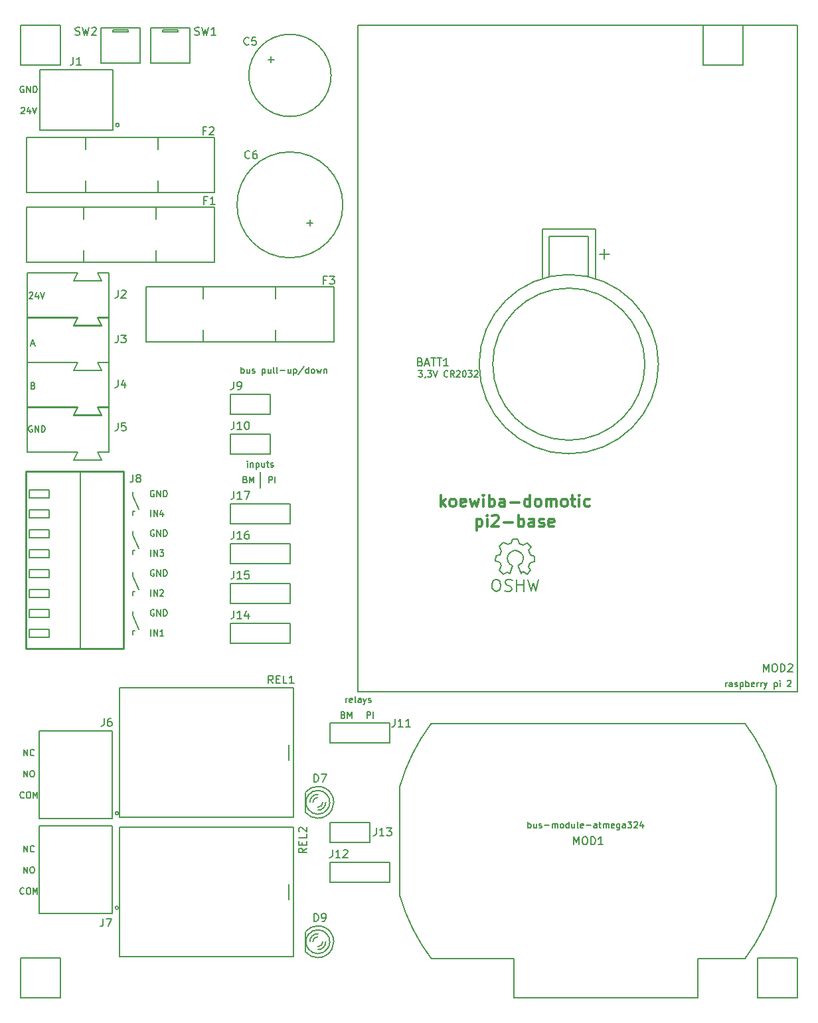
<source format=gbr>
G04 #@! TF.FileFunction,Legend,Top*
%FSLAX46Y46*%
G04 Gerber Fmt 4.6, Leading zero omitted, Abs format (unit mm)*
G04 Created by KiCad (PCBNEW no-vcs-found) date Sun Dec 11 09:55:06 2016*
%MOMM*%
%LPD*%
G01*
G04 APERTURE LIST*
%ADD10C,0.100000*%
%ADD11C,0.150000*%
%ADD12C,0.200000*%
%ADD13C,0.300000*%
%ADD14C,0.250000*%
G04 APERTURE END LIST*
D10*
D11*
X96862976Y-40795000D02*
X96786785Y-40756904D01*
X96672500Y-40756904D01*
X96558214Y-40795000D01*
X96482023Y-40871190D01*
X96443928Y-40947380D01*
X96405833Y-41099761D01*
X96405833Y-41214047D01*
X96443928Y-41366428D01*
X96482023Y-41442619D01*
X96558214Y-41518809D01*
X96672500Y-41556904D01*
X96748690Y-41556904D01*
X96862976Y-41518809D01*
X96901071Y-41480714D01*
X96901071Y-41214047D01*
X96748690Y-41214047D01*
X97243928Y-41556904D02*
X97243928Y-40756904D01*
X97701071Y-41556904D01*
X97701071Y-40756904D01*
X98082023Y-41556904D02*
X98082023Y-40756904D01*
X98272500Y-40756904D01*
X98386785Y-40795000D01*
X98462976Y-40871190D01*
X98501071Y-40947380D01*
X98539166Y-41099761D01*
X98539166Y-41214047D01*
X98501071Y-41366428D01*
X98462976Y-41442619D01*
X98386785Y-41518809D01*
X98272500Y-41556904D01*
X98082023Y-41556904D01*
X96520119Y-43533095D02*
X96558214Y-43495000D01*
X96634404Y-43456904D01*
X96824880Y-43456904D01*
X96901071Y-43495000D01*
X96939166Y-43533095D01*
X96977261Y-43609285D01*
X96977261Y-43685476D01*
X96939166Y-43799761D01*
X96482023Y-44256904D01*
X96977261Y-44256904D01*
X97662976Y-43723571D02*
X97662976Y-44256904D01*
X97472500Y-43418809D02*
X97282023Y-43990238D01*
X97777261Y-43990238D01*
X97967738Y-43456904D02*
X98234404Y-44256904D01*
X98501071Y-43456904D01*
X113057976Y-110851904D02*
X113057976Y-110051904D01*
X113438928Y-110851904D02*
X113438928Y-110051904D01*
X113896071Y-110851904D01*
X113896071Y-110051904D01*
X114696071Y-110851904D02*
X114238928Y-110851904D01*
X114467500Y-110851904D02*
X114467500Y-110051904D01*
X114391309Y-110166190D01*
X114315119Y-110242380D01*
X114238928Y-110280476D01*
X113477023Y-107550000D02*
X113400833Y-107511904D01*
X113286547Y-107511904D01*
X113172261Y-107550000D01*
X113096071Y-107626190D01*
X113057976Y-107702380D01*
X113019880Y-107854761D01*
X113019880Y-107969047D01*
X113057976Y-108121428D01*
X113096071Y-108197619D01*
X113172261Y-108273809D01*
X113286547Y-108311904D01*
X113362738Y-108311904D01*
X113477023Y-108273809D01*
X113515119Y-108235714D01*
X113515119Y-107969047D01*
X113362738Y-107969047D01*
X113857976Y-108311904D02*
X113857976Y-107511904D01*
X114315119Y-108311904D01*
X114315119Y-107511904D01*
X114696071Y-108311904D02*
X114696071Y-107511904D01*
X114886547Y-107511904D01*
X115000833Y-107550000D01*
X115077023Y-107626190D01*
X115115119Y-107702380D01*
X115153214Y-107854761D01*
X115153214Y-107969047D01*
X115115119Y-108121428D01*
X115077023Y-108197619D01*
X115000833Y-108273809D01*
X114886547Y-108311904D01*
X114696071Y-108311904D01*
X113057976Y-105771904D02*
X113057976Y-104971904D01*
X113438928Y-105771904D02*
X113438928Y-104971904D01*
X113896071Y-105771904D01*
X113896071Y-104971904D01*
X114238928Y-105048095D02*
X114277023Y-105010000D01*
X114353214Y-104971904D01*
X114543690Y-104971904D01*
X114619880Y-105010000D01*
X114657976Y-105048095D01*
X114696071Y-105124285D01*
X114696071Y-105200476D01*
X114657976Y-105314761D01*
X114200833Y-105771904D01*
X114696071Y-105771904D01*
X113477023Y-102470000D02*
X113400833Y-102431904D01*
X113286547Y-102431904D01*
X113172261Y-102470000D01*
X113096071Y-102546190D01*
X113057976Y-102622380D01*
X113019880Y-102774761D01*
X113019880Y-102889047D01*
X113057976Y-103041428D01*
X113096071Y-103117619D01*
X113172261Y-103193809D01*
X113286547Y-103231904D01*
X113362738Y-103231904D01*
X113477023Y-103193809D01*
X113515119Y-103155714D01*
X113515119Y-102889047D01*
X113362738Y-102889047D01*
X113857976Y-103231904D02*
X113857976Y-102431904D01*
X114315119Y-103231904D01*
X114315119Y-102431904D01*
X114696071Y-103231904D02*
X114696071Y-102431904D01*
X114886547Y-102431904D01*
X115000833Y-102470000D01*
X115077023Y-102546190D01*
X115115119Y-102622380D01*
X115153214Y-102774761D01*
X115153214Y-102889047D01*
X115115119Y-103041428D01*
X115077023Y-103117619D01*
X115000833Y-103193809D01*
X114886547Y-103231904D01*
X114696071Y-103231904D01*
X113057976Y-100691904D02*
X113057976Y-99891904D01*
X113438928Y-100691904D02*
X113438928Y-99891904D01*
X113896071Y-100691904D01*
X113896071Y-99891904D01*
X114200833Y-99891904D02*
X114696071Y-99891904D01*
X114429404Y-100196666D01*
X114543690Y-100196666D01*
X114619880Y-100234761D01*
X114657976Y-100272857D01*
X114696071Y-100349047D01*
X114696071Y-100539523D01*
X114657976Y-100615714D01*
X114619880Y-100653809D01*
X114543690Y-100691904D01*
X114315119Y-100691904D01*
X114238928Y-100653809D01*
X114200833Y-100615714D01*
X113477023Y-97390000D02*
X113400833Y-97351904D01*
X113286547Y-97351904D01*
X113172261Y-97390000D01*
X113096071Y-97466190D01*
X113057976Y-97542380D01*
X113019880Y-97694761D01*
X113019880Y-97809047D01*
X113057976Y-97961428D01*
X113096071Y-98037619D01*
X113172261Y-98113809D01*
X113286547Y-98151904D01*
X113362738Y-98151904D01*
X113477023Y-98113809D01*
X113515119Y-98075714D01*
X113515119Y-97809047D01*
X113362738Y-97809047D01*
X113857976Y-98151904D02*
X113857976Y-97351904D01*
X114315119Y-98151904D01*
X114315119Y-97351904D01*
X114696071Y-98151904D02*
X114696071Y-97351904D01*
X114886547Y-97351904D01*
X115000833Y-97390000D01*
X115077023Y-97466190D01*
X115115119Y-97542380D01*
X115153214Y-97694761D01*
X115153214Y-97809047D01*
X115115119Y-97961428D01*
X115077023Y-98037619D01*
X115000833Y-98113809D01*
X114886547Y-98151904D01*
X114696071Y-98151904D01*
X113057976Y-95611904D02*
X113057976Y-94811904D01*
X113438928Y-95611904D02*
X113438928Y-94811904D01*
X113896071Y-95611904D01*
X113896071Y-94811904D01*
X114619880Y-95078571D02*
X114619880Y-95611904D01*
X114429404Y-94773809D02*
X114238928Y-95345238D01*
X114734166Y-95345238D01*
X113477023Y-92330000D02*
X113400833Y-92291904D01*
X113286547Y-92291904D01*
X113172261Y-92330000D01*
X113096071Y-92406190D01*
X113057976Y-92482380D01*
X113019880Y-92634761D01*
X113019880Y-92749047D01*
X113057976Y-92901428D01*
X113096071Y-92977619D01*
X113172261Y-93053809D01*
X113286547Y-93091904D01*
X113362738Y-93091904D01*
X113477023Y-93053809D01*
X113515119Y-93015714D01*
X113515119Y-92749047D01*
X113362738Y-92749047D01*
X113857976Y-93091904D02*
X113857976Y-92291904D01*
X114315119Y-93091904D01*
X114315119Y-92291904D01*
X114696071Y-93091904D02*
X114696071Y-92291904D01*
X114886547Y-92291904D01*
X115000833Y-92330000D01*
X115077023Y-92406190D01*
X115115119Y-92482380D01*
X115153214Y-92634761D01*
X115153214Y-92749047D01*
X115115119Y-92901428D01*
X115077023Y-92977619D01*
X115000833Y-93053809D01*
X114886547Y-93091904D01*
X114696071Y-93091904D01*
D12*
X111020000Y-110230000D02*
X110770000Y-110230000D01*
X110770000Y-107730000D02*
X110770000Y-108230000D01*
X110770000Y-108230000D02*
X111520000Y-109980000D01*
X110770000Y-110230000D02*
X110770000Y-110730000D01*
X111020000Y-105230000D02*
X110770000Y-105230000D01*
X110770000Y-102730000D02*
X110770000Y-103230000D01*
X110770000Y-103230000D02*
X111520000Y-104980000D01*
X110770000Y-105230000D02*
X110770000Y-105730000D01*
X111020000Y-99980000D02*
X110770000Y-99980000D01*
X110770000Y-97480000D02*
X110770000Y-97980000D01*
X110770000Y-97980000D02*
X111520000Y-99730000D01*
X110770000Y-99980000D02*
X110770000Y-100480000D01*
X110770000Y-94980000D02*
X110770000Y-95480000D01*
X111020000Y-94980000D02*
X110770000Y-94980000D01*
X110770000Y-92980000D02*
X111520000Y-94730000D01*
X110770000Y-92480000D02*
X110770000Y-92980000D01*
D11*
X96891428Y-138391904D02*
X96891428Y-137591904D01*
X97348571Y-138391904D01*
X97348571Y-137591904D01*
X98186666Y-138315714D02*
X98148571Y-138353809D01*
X98034285Y-138391904D01*
X97958095Y-138391904D01*
X97843809Y-138353809D01*
X97767619Y-138277619D01*
X97729523Y-138201428D01*
X97691428Y-138049047D01*
X97691428Y-137934761D01*
X97729523Y-137782380D01*
X97767619Y-137706190D01*
X97843809Y-137630000D01*
X97958095Y-137591904D01*
X98034285Y-137591904D01*
X98148571Y-137630000D01*
X98186666Y-137668095D01*
X96872380Y-141091904D02*
X96872380Y-140291904D01*
X97329523Y-141091904D01*
X97329523Y-140291904D01*
X97862857Y-140291904D02*
X98015238Y-140291904D01*
X98091428Y-140330000D01*
X98167619Y-140406190D01*
X98205714Y-140558571D01*
X98205714Y-140825238D01*
X98167619Y-140977619D01*
X98091428Y-141053809D01*
X98015238Y-141091904D01*
X97862857Y-141091904D01*
X97786666Y-141053809D01*
X97710476Y-140977619D01*
X97672380Y-140825238D01*
X97672380Y-140558571D01*
X97710476Y-140406190D01*
X97786666Y-140330000D01*
X97862857Y-140291904D01*
X96891428Y-143715714D02*
X96853333Y-143753809D01*
X96739047Y-143791904D01*
X96662857Y-143791904D01*
X96548571Y-143753809D01*
X96472380Y-143677619D01*
X96434285Y-143601428D01*
X96396190Y-143449047D01*
X96396190Y-143334761D01*
X96434285Y-143182380D01*
X96472380Y-143106190D01*
X96548571Y-143030000D01*
X96662857Y-142991904D01*
X96739047Y-142991904D01*
X96853333Y-143030000D01*
X96891428Y-143068095D01*
X97386666Y-142991904D02*
X97539047Y-142991904D01*
X97615238Y-143030000D01*
X97691428Y-143106190D01*
X97729523Y-143258571D01*
X97729523Y-143525238D01*
X97691428Y-143677619D01*
X97615238Y-143753809D01*
X97539047Y-143791904D01*
X97386666Y-143791904D01*
X97310476Y-143753809D01*
X97234285Y-143677619D01*
X97196190Y-143525238D01*
X97196190Y-143258571D01*
X97234285Y-143106190D01*
X97310476Y-143030000D01*
X97386666Y-142991904D01*
X98072380Y-143791904D02*
X98072380Y-142991904D01*
X98339047Y-143563333D01*
X98605714Y-142991904D01*
X98605714Y-143791904D01*
X96891428Y-126141904D02*
X96891428Y-125341904D01*
X97348571Y-126141904D01*
X97348571Y-125341904D01*
X98186666Y-126065714D02*
X98148571Y-126103809D01*
X98034285Y-126141904D01*
X97958095Y-126141904D01*
X97843809Y-126103809D01*
X97767619Y-126027619D01*
X97729523Y-125951428D01*
X97691428Y-125799047D01*
X97691428Y-125684761D01*
X97729523Y-125532380D01*
X97767619Y-125456190D01*
X97843809Y-125380000D01*
X97958095Y-125341904D01*
X98034285Y-125341904D01*
X98148571Y-125380000D01*
X98186666Y-125418095D01*
X96872380Y-128841904D02*
X96872380Y-128041904D01*
X97329523Y-128841904D01*
X97329523Y-128041904D01*
X97862857Y-128041904D02*
X98015238Y-128041904D01*
X98091428Y-128080000D01*
X98167619Y-128156190D01*
X98205714Y-128308571D01*
X98205714Y-128575238D01*
X98167619Y-128727619D01*
X98091428Y-128803809D01*
X98015238Y-128841904D01*
X97862857Y-128841904D01*
X97786666Y-128803809D01*
X97710476Y-128727619D01*
X97672380Y-128575238D01*
X97672380Y-128308571D01*
X97710476Y-128156190D01*
X97786666Y-128080000D01*
X97862857Y-128041904D01*
X96891428Y-131465714D02*
X96853333Y-131503809D01*
X96739047Y-131541904D01*
X96662857Y-131541904D01*
X96548571Y-131503809D01*
X96472380Y-131427619D01*
X96434285Y-131351428D01*
X96396190Y-131199047D01*
X96396190Y-131084761D01*
X96434285Y-130932380D01*
X96472380Y-130856190D01*
X96548571Y-130780000D01*
X96662857Y-130741904D01*
X96739047Y-130741904D01*
X96853333Y-130780000D01*
X96891428Y-130818095D01*
X97386666Y-130741904D02*
X97539047Y-130741904D01*
X97615238Y-130780000D01*
X97691428Y-130856190D01*
X97729523Y-131008571D01*
X97729523Y-131275238D01*
X97691428Y-131427619D01*
X97615238Y-131503809D01*
X97539047Y-131541904D01*
X97386666Y-131541904D01*
X97310476Y-131503809D01*
X97234285Y-131427619D01*
X97196190Y-131275238D01*
X97196190Y-131008571D01*
X97234285Y-130856190D01*
X97310476Y-130780000D01*
X97386666Y-130741904D01*
X98072380Y-131541904D02*
X98072380Y-130741904D01*
X98339047Y-131313333D01*
X98605714Y-130741904D01*
X98605714Y-131541904D01*
X97910476Y-84080000D02*
X97834285Y-84041904D01*
X97720000Y-84041904D01*
X97605714Y-84080000D01*
X97529523Y-84156190D01*
X97491428Y-84232380D01*
X97453333Y-84384761D01*
X97453333Y-84499047D01*
X97491428Y-84651428D01*
X97529523Y-84727619D01*
X97605714Y-84803809D01*
X97720000Y-84841904D01*
X97796190Y-84841904D01*
X97910476Y-84803809D01*
X97948571Y-84765714D01*
X97948571Y-84499047D01*
X97796190Y-84499047D01*
X98291428Y-84841904D02*
X98291428Y-84041904D01*
X98748571Y-84841904D01*
X98748571Y-84041904D01*
X99129523Y-84841904D02*
X99129523Y-84041904D01*
X99320000Y-84041904D01*
X99434285Y-84080000D01*
X99510476Y-84156190D01*
X99548571Y-84232380D01*
X99586666Y-84384761D01*
X99586666Y-84499047D01*
X99548571Y-84651428D01*
X99510476Y-84727619D01*
X99434285Y-84803809D01*
X99320000Y-84841904D01*
X99129523Y-84841904D01*
X98077142Y-78922857D02*
X98191428Y-78960952D01*
X98229523Y-78999047D01*
X98267619Y-79075238D01*
X98267619Y-79189523D01*
X98229523Y-79265714D01*
X98191428Y-79303809D01*
X98115238Y-79341904D01*
X97810476Y-79341904D01*
X97810476Y-78541904D01*
X98077142Y-78541904D01*
X98153333Y-78580000D01*
X98191428Y-78618095D01*
X98229523Y-78694285D01*
X98229523Y-78770476D01*
X98191428Y-78846666D01*
X98153333Y-78884761D01*
X98077142Y-78922857D01*
X97810476Y-78922857D01*
X97829523Y-73613333D02*
X98210476Y-73613333D01*
X97753333Y-73841904D02*
X98020000Y-73041904D01*
X98286666Y-73841904D01*
X97567619Y-67118095D02*
X97605714Y-67080000D01*
X97681904Y-67041904D01*
X97872380Y-67041904D01*
X97948571Y-67080000D01*
X97986666Y-67118095D01*
X98024761Y-67194285D01*
X98024761Y-67270476D01*
X97986666Y-67384761D01*
X97529523Y-67841904D01*
X98024761Y-67841904D01*
X98710476Y-67308571D02*
X98710476Y-67841904D01*
X98520000Y-67003809D02*
X98329523Y-67575238D01*
X98824761Y-67575238D01*
X99015238Y-67041904D02*
X99281904Y-67841904D01*
X99548571Y-67041904D01*
X147210476Y-77041904D02*
X147705714Y-77041904D01*
X147439047Y-77346666D01*
X147553333Y-77346666D01*
X147629523Y-77384761D01*
X147667619Y-77422857D01*
X147705714Y-77499047D01*
X147705714Y-77689523D01*
X147667619Y-77765714D01*
X147629523Y-77803809D01*
X147553333Y-77841904D01*
X147324761Y-77841904D01*
X147248571Y-77803809D01*
X147210476Y-77765714D01*
X148086666Y-77803809D02*
X148086666Y-77841904D01*
X148048571Y-77918095D01*
X148010476Y-77956190D01*
X148353333Y-77041904D02*
X148848571Y-77041904D01*
X148581904Y-77346666D01*
X148696190Y-77346666D01*
X148772380Y-77384761D01*
X148810476Y-77422857D01*
X148848571Y-77499047D01*
X148848571Y-77689523D01*
X148810476Y-77765714D01*
X148772380Y-77803809D01*
X148696190Y-77841904D01*
X148467619Y-77841904D01*
X148391428Y-77803809D01*
X148353333Y-77765714D01*
X149077142Y-77041904D02*
X149343809Y-77841904D01*
X149610476Y-77041904D01*
X150943809Y-77765714D02*
X150905714Y-77803809D01*
X150791428Y-77841904D01*
X150715238Y-77841904D01*
X150600952Y-77803809D01*
X150524761Y-77727619D01*
X150486666Y-77651428D01*
X150448571Y-77499047D01*
X150448571Y-77384761D01*
X150486666Y-77232380D01*
X150524761Y-77156190D01*
X150600952Y-77080000D01*
X150715238Y-77041904D01*
X150791428Y-77041904D01*
X150905714Y-77080000D01*
X150943809Y-77118095D01*
X151743809Y-77841904D02*
X151477142Y-77460952D01*
X151286666Y-77841904D02*
X151286666Y-77041904D01*
X151591428Y-77041904D01*
X151667619Y-77080000D01*
X151705714Y-77118095D01*
X151743809Y-77194285D01*
X151743809Y-77308571D01*
X151705714Y-77384761D01*
X151667619Y-77422857D01*
X151591428Y-77460952D01*
X151286666Y-77460952D01*
X152048571Y-77118095D02*
X152086666Y-77080000D01*
X152162857Y-77041904D01*
X152353333Y-77041904D01*
X152429523Y-77080000D01*
X152467619Y-77118095D01*
X152505714Y-77194285D01*
X152505714Y-77270476D01*
X152467619Y-77384761D01*
X152010476Y-77841904D01*
X152505714Y-77841904D01*
X153000952Y-77041904D02*
X153077142Y-77041904D01*
X153153333Y-77080000D01*
X153191428Y-77118095D01*
X153229523Y-77194285D01*
X153267619Y-77346666D01*
X153267619Y-77537142D01*
X153229523Y-77689523D01*
X153191428Y-77765714D01*
X153153333Y-77803809D01*
X153077142Y-77841904D01*
X153000952Y-77841904D01*
X152924761Y-77803809D01*
X152886666Y-77765714D01*
X152848571Y-77689523D01*
X152810476Y-77537142D01*
X152810476Y-77346666D01*
X152848571Y-77194285D01*
X152886666Y-77118095D01*
X152924761Y-77080000D01*
X153000952Y-77041904D01*
X153534285Y-77041904D02*
X154029523Y-77041904D01*
X153762857Y-77346666D01*
X153877142Y-77346666D01*
X153953333Y-77384761D01*
X153991428Y-77422857D01*
X154029523Y-77499047D01*
X154029523Y-77689523D01*
X153991428Y-77765714D01*
X153953333Y-77803809D01*
X153877142Y-77841904D01*
X153648571Y-77841904D01*
X153572380Y-77803809D01*
X153534285Y-77765714D01*
X154334285Y-77118095D02*
X154372380Y-77080000D01*
X154448571Y-77041904D01*
X154639047Y-77041904D01*
X154715238Y-77080000D01*
X154753333Y-77118095D01*
X154791428Y-77194285D01*
X154791428Y-77270476D01*
X154753333Y-77384761D01*
X154296190Y-77841904D01*
X154791428Y-77841904D01*
X186367619Y-117341904D02*
X186367619Y-116808571D01*
X186367619Y-116960952D02*
X186405714Y-116884761D01*
X186443809Y-116846666D01*
X186520000Y-116808571D01*
X186596190Y-116808571D01*
X187205714Y-117341904D02*
X187205714Y-116922857D01*
X187167619Y-116846666D01*
X187091428Y-116808571D01*
X186939047Y-116808571D01*
X186862857Y-116846666D01*
X187205714Y-117303809D02*
X187129523Y-117341904D01*
X186939047Y-117341904D01*
X186862857Y-117303809D01*
X186824761Y-117227619D01*
X186824761Y-117151428D01*
X186862857Y-117075238D01*
X186939047Y-117037142D01*
X187129523Y-117037142D01*
X187205714Y-116999047D01*
X187548571Y-117303809D02*
X187624761Y-117341904D01*
X187777142Y-117341904D01*
X187853333Y-117303809D01*
X187891428Y-117227619D01*
X187891428Y-117189523D01*
X187853333Y-117113333D01*
X187777142Y-117075238D01*
X187662857Y-117075238D01*
X187586666Y-117037142D01*
X187548571Y-116960952D01*
X187548571Y-116922857D01*
X187586666Y-116846666D01*
X187662857Y-116808571D01*
X187777142Y-116808571D01*
X187853333Y-116846666D01*
X188234285Y-116808571D02*
X188234285Y-117608571D01*
X188234285Y-116846666D02*
X188310476Y-116808571D01*
X188462857Y-116808571D01*
X188539047Y-116846666D01*
X188577142Y-116884761D01*
X188615238Y-116960952D01*
X188615238Y-117189523D01*
X188577142Y-117265714D01*
X188539047Y-117303809D01*
X188462857Y-117341904D01*
X188310476Y-117341904D01*
X188234285Y-117303809D01*
X188958095Y-117341904D02*
X188958095Y-116541904D01*
X188958095Y-116846666D02*
X189034285Y-116808571D01*
X189186666Y-116808571D01*
X189262857Y-116846666D01*
X189300952Y-116884761D01*
X189339047Y-116960952D01*
X189339047Y-117189523D01*
X189300952Y-117265714D01*
X189262857Y-117303809D01*
X189186666Y-117341904D01*
X189034285Y-117341904D01*
X188958095Y-117303809D01*
X189986666Y-117303809D02*
X189910476Y-117341904D01*
X189758095Y-117341904D01*
X189681904Y-117303809D01*
X189643809Y-117227619D01*
X189643809Y-116922857D01*
X189681904Y-116846666D01*
X189758095Y-116808571D01*
X189910476Y-116808571D01*
X189986666Y-116846666D01*
X190024761Y-116922857D01*
X190024761Y-116999047D01*
X189643809Y-117075238D01*
X190367619Y-117341904D02*
X190367619Y-116808571D01*
X190367619Y-116960952D02*
X190405714Y-116884761D01*
X190443809Y-116846666D01*
X190520000Y-116808571D01*
X190596190Y-116808571D01*
X190862857Y-117341904D02*
X190862857Y-116808571D01*
X190862857Y-116960952D02*
X190900952Y-116884761D01*
X190939047Y-116846666D01*
X191015238Y-116808571D01*
X191091428Y-116808571D01*
X191281904Y-116808571D02*
X191472380Y-117341904D01*
X191662857Y-116808571D02*
X191472380Y-117341904D01*
X191396190Y-117532380D01*
X191358095Y-117570476D01*
X191281904Y-117608571D01*
X192577142Y-116808571D02*
X192577142Y-117608571D01*
X192577142Y-116846666D02*
X192653333Y-116808571D01*
X192805714Y-116808571D01*
X192881904Y-116846666D01*
X192920000Y-116884761D01*
X192958095Y-116960952D01*
X192958095Y-117189523D01*
X192920000Y-117265714D01*
X192881904Y-117303809D01*
X192805714Y-117341904D01*
X192653333Y-117341904D01*
X192577142Y-117303809D01*
X193300952Y-117341904D02*
X193300952Y-116808571D01*
X193300952Y-116541904D02*
X193262857Y-116580000D01*
X193300952Y-116618095D01*
X193339047Y-116580000D01*
X193300952Y-116541904D01*
X193300952Y-116618095D01*
X194253333Y-116618095D02*
X194291428Y-116580000D01*
X194367619Y-116541904D01*
X194558095Y-116541904D01*
X194634285Y-116580000D01*
X194672380Y-116618095D01*
X194710476Y-116694285D01*
X194710476Y-116770476D01*
X194672380Y-116884761D01*
X194215238Y-117341904D01*
X194710476Y-117341904D01*
X161167619Y-135341904D02*
X161167619Y-134541904D01*
X161167619Y-134846666D02*
X161243809Y-134808571D01*
X161396190Y-134808571D01*
X161472380Y-134846666D01*
X161510476Y-134884761D01*
X161548571Y-134960952D01*
X161548571Y-135189523D01*
X161510476Y-135265714D01*
X161472380Y-135303809D01*
X161396190Y-135341904D01*
X161243809Y-135341904D01*
X161167619Y-135303809D01*
X162234285Y-134808571D02*
X162234285Y-135341904D01*
X161891428Y-134808571D02*
X161891428Y-135227619D01*
X161929523Y-135303809D01*
X162005714Y-135341904D01*
X162120000Y-135341904D01*
X162196190Y-135303809D01*
X162234285Y-135265714D01*
X162577142Y-135303809D02*
X162653333Y-135341904D01*
X162805714Y-135341904D01*
X162881904Y-135303809D01*
X162920000Y-135227619D01*
X162920000Y-135189523D01*
X162881904Y-135113333D01*
X162805714Y-135075238D01*
X162691428Y-135075238D01*
X162615238Y-135037142D01*
X162577142Y-134960952D01*
X162577142Y-134922857D01*
X162615238Y-134846666D01*
X162691428Y-134808571D01*
X162805714Y-134808571D01*
X162881904Y-134846666D01*
X163262857Y-135037142D02*
X163872380Y-135037142D01*
X164253333Y-135341904D02*
X164253333Y-134808571D01*
X164253333Y-134884761D02*
X164291428Y-134846666D01*
X164367619Y-134808571D01*
X164481904Y-134808571D01*
X164558095Y-134846666D01*
X164596190Y-134922857D01*
X164596190Y-135341904D01*
X164596190Y-134922857D02*
X164634285Y-134846666D01*
X164710476Y-134808571D01*
X164824761Y-134808571D01*
X164900952Y-134846666D01*
X164939047Y-134922857D01*
X164939047Y-135341904D01*
X165434285Y-135341904D02*
X165358095Y-135303809D01*
X165320000Y-135265714D01*
X165281904Y-135189523D01*
X165281904Y-134960952D01*
X165320000Y-134884761D01*
X165358095Y-134846666D01*
X165434285Y-134808571D01*
X165548571Y-134808571D01*
X165624761Y-134846666D01*
X165662857Y-134884761D01*
X165700952Y-134960952D01*
X165700952Y-135189523D01*
X165662857Y-135265714D01*
X165624761Y-135303809D01*
X165548571Y-135341904D01*
X165434285Y-135341904D01*
X166386666Y-135341904D02*
X166386666Y-134541904D01*
X166386666Y-135303809D02*
X166310476Y-135341904D01*
X166158095Y-135341904D01*
X166081904Y-135303809D01*
X166043809Y-135265714D01*
X166005714Y-135189523D01*
X166005714Y-134960952D01*
X166043809Y-134884761D01*
X166081904Y-134846666D01*
X166158095Y-134808571D01*
X166310476Y-134808571D01*
X166386666Y-134846666D01*
X167110476Y-134808571D02*
X167110476Y-135341904D01*
X166767619Y-134808571D02*
X166767619Y-135227619D01*
X166805714Y-135303809D01*
X166881904Y-135341904D01*
X166996190Y-135341904D01*
X167072380Y-135303809D01*
X167110476Y-135265714D01*
X167605714Y-135341904D02*
X167529523Y-135303809D01*
X167491428Y-135227619D01*
X167491428Y-134541904D01*
X168215238Y-135303809D02*
X168139047Y-135341904D01*
X167986666Y-135341904D01*
X167910476Y-135303809D01*
X167872380Y-135227619D01*
X167872380Y-134922857D01*
X167910476Y-134846666D01*
X167986666Y-134808571D01*
X168139047Y-134808571D01*
X168215238Y-134846666D01*
X168253333Y-134922857D01*
X168253333Y-134999047D01*
X167872380Y-135075238D01*
X168596190Y-135037142D02*
X169205714Y-135037142D01*
X169929523Y-135341904D02*
X169929523Y-134922857D01*
X169891428Y-134846666D01*
X169815238Y-134808571D01*
X169662857Y-134808571D01*
X169586666Y-134846666D01*
X169929523Y-135303809D02*
X169853333Y-135341904D01*
X169662857Y-135341904D01*
X169586666Y-135303809D01*
X169548571Y-135227619D01*
X169548571Y-135151428D01*
X169586666Y-135075238D01*
X169662857Y-135037142D01*
X169853333Y-135037142D01*
X169929523Y-134999047D01*
X170196190Y-134808571D02*
X170500952Y-134808571D01*
X170310476Y-134541904D02*
X170310476Y-135227619D01*
X170348571Y-135303809D01*
X170424761Y-135341904D01*
X170500952Y-135341904D01*
X170767619Y-135341904D02*
X170767619Y-134808571D01*
X170767619Y-134884761D02*
X170805714Y-134846666D01*
X170881904Y-134808571D01*
X170996190Y-134808571D01*
X171072380Y-134846666D01*
X171110476Y-134922857D01*
X171110476Y-135341904D01*
X171110476Y-134922857D02*
X171148571Y-134846666D01*
X171224761Y-134808571D01*
X171339047Y-134808571D01*
X171415238Y-134846666D01*
X171453333Y-134922857D01*
X171453333Y-135341904D01*
X172139047Y-135303809D02*
X172062857Y-135341904D01*
X171910476Y-135341904D01*
X171834285Y-135303809D01*
X171796190Y-135227619D01*
X171796190Y-134922857D01*
X171834285Y-134846666D01*
X171910476Y-134808571D01*
X172062857Y-134808571D01*
X172139047Y-134846666D01*
X172177142Y-134922857D01*
X172177142Y-134999047D01*
X171796190Y-135075238D01*
X172862857Y-134808571D02*
X172862857Y-135456190D01*
X172824761Y-135532380D01*
X172786666Y-135570476D01*
X172710476Y-135608571D01*
X172596190Y-135608571D01*
X172520000Y-135570476D01*
X172862857Y-135303809D02*
X172786666Y-135341904D01*
X172634285Y-135341904D01*
X172558095Y-135303809D01*
X172520000Y-135265714D01*
X172481904Y-135189523D01*
X172481904Y-134960952D01*
X172520000Y-134884761D01*
X172558095Y-134846666D01*
X172634285Y-134808571D01*
X172786666Y-134808571D01*
X172862857Y-134846666D01*
X173586666Y-135341904D02*
X173586666Y-134922857D01*
X173548571Y-134846666D01*
X173472380Y-134808571D01*
X173320000Y-134808571D01*
X173243809Y-134846666D01*
X173586666Y-135303809D02*
X173510476Y-135341904D01*
X173320000Y-135341904D01*
X173243809Y-135303809D01*
X173205714Y-135227619D01*
X173205714Y-135151428D01*
X173243809Y-135075238D01*
X173320000Y-135037142D01*
X173510476Y-135037142D01*
X173586666Y-134999047D01*
X173891428Y-134541904D02*
X174386666Y-134541904D01*
X174120000Y-134846666D01*
X174234285Y-134846666D01*
X174310476Y-134884761D01*
X174348571Y-134922857D01*
X174386666Y-134999047D01*
X174386666Y-135189523D01*
X174348571Y-135265714D01*
X174310476Y-135303809D01*
X174234285Y-135341904D01*
X174005714Y-135341904D01*
X173929523Y-135303809D01*
X173891428Y-135265714D01*
X174691428Y-134618095D02*
X174729523Y-134580000D01*
X174805714Y-134541904D01*
X174996190Y-134541904D01*
X175072380Y-134580000D01*
X175110476Y-134618095D01*
X175148571Y-134694285D01*
X175148571Y-134770476D01*
X175110476Y-134884761D01*
X174653333Y-135341904D01*
X175148571Y-135341904D01*
X175834285Y-134808571D02*
X175834285Y-135341904D01*
X175643809Y-134503809D02*
X175453333Y-135075238D01*
X175948571Y-135075238D01*
D13*
X150055714Y-94383571D02*
X150055714Y-92883571D01*
X150198571Y-93812142D02*
X150627142Y-94383571D01*
X150627142Y-93383571D02*
X150055714Y-93955000D01*
X151484285Y-94383571D02*
X151341428Y-94312142D01*
X151270000Y-94240714D01*
X151198571Y-94097857D01*
X151198571Y-93669285D01*
X151270000Y-93526428D01*
X151341428Y-93455000D01*
X151484285Y-93383571D01*
X151698571Y-93383571D01*
X151841428Y-93455000D01*
X151912857Y-93526428D01*
X151984285Y-93669285D01*
X151984285Y-94097857D01*
X151912857Y-94240714D01*
X151841428Y-94312142D01*
X151698571Y-94383571D01*
X151484285Y-94383571D01*
X153198571Y-94312142D02*
X153055714Y-94383571D01*
X152770000Y-94383571D01*
X152627142Y-94312142D01*
X152555714Y-94169285D01*
X152555714Y-93597857D01*
X152627142Y-93455000D01*
X152770000Y-93383571D01*
X153055714Y-93383571D01*
X153198571Y-93455000D01*
X153270000Y-93597857D01*
X153270000Y-93740714D01*
X152555714Y-93883571D01*
X153770000Y-93383571D02*
X154055714Y-94383571D01*
X154341428Y-93669285D01*
X154627142Y-94383571D01*
X154912857Y-93383571D01*
X155484285Y-94383571D02*
X155484285Y-93383571D01*
X155484285Y-92883571D02*
X155412857Y-92955000D01*
X155484285Y-93026428D01*
X155555714Y-92955000D01*
X155484285Y-92883571D01*
X155484285Y-93026428D01*
X156198571Y-94383571D02*
X156198571Y-92883571D01*
X156198571Y-93455000D02*
X156341428Y-93383571D01*
X156627142Y-93383571D01*
X156770000Y-93455000D01*
X156841428Y-93526428D01*
X156912857Y-93669285D01*
X156912857Y-94097857D01*
X156841428Y-94240714D01*
X156770000Y-94312142D01*
X156627142Y-94383571D01*
X156341428Y-94383571D01*
X156198571Y-94312142D01*
X158198571Y-94383571D02*
X158198571Y-93597857D01*
X158127142Y-93455000D01*
X157984285Y-93383571D01*
X157698571Y-93383571D01*
X157555714Y-93455000D01*
X158198571Y-94312142D02*
X158055714Y-94383571D01*
X157698571Y-94383571D01*
X157555714Y-94312142D01*
X157484285Y-94169285D01*
X157484285Y-94026428D01*
X157555714Y-93883571D01*
X157698571Y-93812142D01*
X158055714Y-93812142D01*
X158198571Y-93740714D01*
X158912857Y-93812142D02*
X160055714Y-93812142D01*
X161412857Y-94383571D02*
X161412857Y-92883571D01*
X161412857Y-94312142D02*
X161270000Y-94383571D01*
X160984285Y-94383571D01*
X160841428Y-94312142D01*
X160770000Y-94240714D01*
X160698571Y-94097857D01*
X160698571Y-93669285D01*
X160770000Y-93526428D01*
X160841428Y-93455000D01*
X160984285Y-93383571D01*
X161270000Y-93383571D01*
X161412857Y-93455000D01*
X162341428Y-94383571D02*
X162198571Y-94312142D01*
X162127142Y-94240714D01*
X162055714Y-94097857D01*
X162055714Y-93669285D01*
X162127142Y-93526428D01*
X162198571Y-93455000D01*
X162341428Y-93383571D01*
X162555714Y-93383571D01*
X162698571Y-93455000D01*
X162770000Y-93526428D01*
X162841428Y-93669285D01*
X162841428Y-94097857D01*
X162770000Y-94240714D01*
X162698571Y-94312142D01*
X162555714Y-94383571D01*
X162341428Y-94383571D01*
X163484285Y-94383571D02*
X163484285Y-93383571D01*
X163484285Y-93526428D02*
X163555714Y-93455000D01*
X163698571Y-93383571D01*
X163912857Y-93383571D01*
X164055714Y-93455000D01*
X164127142Y-93597857D01*
X164127142Y-94383571D01*
X164127142Y-93597857D02*
X164198571Y-93455000D01*
X164341428Y-93383571D01*
X164555714Y-93383571D01*
X164698571Y-93455000D01*
X164770000Y-93597857D01*
X164770000Y-94383571D01*
X165698571Y-94383571D02*
X165555714Y-94312142D01*
X165484285Y-94240714D01*
X165412857Y-94097857D01*
X165412857Y-93669285D01*
X165484285Y-93526428D01*
X165555714Y-93455000D01*
X165698571Y-93383571D01*
X165912857Y-93383571D01*
X166055714Y-93455000D01*
X166127142Y-93526428D01*
X166198571Y-93669285D01*
X166198571Y-94097857D01*
X166127142Y-94240714D01*
X166055714Y-94312142D01*
X165912857Y-94383571D01*
X165698571Y-94383571D01*
X166627142Y-93383571D02*
X167198571Y-93383571D01*
X166841428Y-92883571D02*
X166841428Y-94169285D01*
X166912857Y-94312142D01*
X167055714Y-94383571D01*
X167198571Y-94383571D01*
X167698571Y-94383571D02*
X167698571Y-93383571D01*
X167698571Y-92883571D02*
X167627142Y-92955000D01*
X167698571Y-93026428D01*
X167770000Y-92955000D01*
X167698571Y-92883571D01*
X167698571Y-93026428D01*
X169055714Y-94312142D02*
X168912857Y-94383571D01*
X168627142Y-94383571D01*
X168484285Y-94312142D01*
X168412857Y-94240714D01*
X168341428Y-94097857D01*
X168341428Y-93669285D01*
X168412857Y-93526428D01*
X168484285Y-93455000D01*
X168627142Y-93383571D01*
X168912857Y-93383571D01*
X169055714Y-93455000D01*
X154591428Y-95933571D02*
X154591428Y-97433571D01*
X154591428Y-96005000D02*
X154734285Y-95933571D01*
X155020000Y-95933571D01*
X155162857Y-96005000D01*
X155234285Y-96076428D01*
X155305714Y-96219285D01*
X155305714Y-96647857D01*
X155234285Y-96790714D01*
X155162857Y-96862142D01*
X155020000Y-96933571D01*
X154734285Y-96933571D01*
X154591428Y-96862142D01*
X155948571Y-96933571D02*
X155948571Y-95933571D01*
X155948571Y-95433571D02*
X155877142Y-95505000D01*
X155948571Y-95576428D01*
X156020000Y-95505000D01*
X155948571Y-95433571D01*
X155948571Y-95576428D01*
X156591428Y-95576428D02*
X156662857Y-95505000D01*
X156805714Y-95433571D01*
X157162857Y-95433571D01*
X157305714Y-95505000D01*
X157377142Y-95576428D01*
X157448571Y-95719285D01*
X157448571Y-95862142D01*
X157377142Y-96076428D01*
X156520000Y-96933571D01*
X157448571Y-96933571D01*
X158091428Y-96362142D02*
X159234285Y-96362142D01*
X159948571Y-96933571D02*
X159948571Y-95433571D01*
X159948571Y-96005000D02*
X160091428Y-95933571D01*
X160377142Y-95933571D01*
X160520000Y-96005000D01*
X160591428Y-96076428D01*
X160662857Y-96219285D01*
X160662857Y-96647857D01*
X160591428Y-96790714D01*
X160520000Y-96862142D01*
X160377142Y-96933571D01*
X160091428Y-96933571D01*
X159948571Y-96862142D01*
X161948571Y-96933571D02*
X161948571Y-96147857D01*
X161877142Y-96005000D01*
X161734285Y-95933571D01*
X161448571Y-95933571D01*
X161305714Y-96005000D01*
X161948571Y-96862142D02*
X161805714Y-96933571D01*
X161448571Y-96933571D01*
X161305714Y-96862142D01*
X161234285Y-96719285D01*
X161234285Y-96576428D01*
X161305714Y-96433571D01*
X161448571Y-96362142D01*
X161805714Y-96362142D01*
X161948571Y-96290714D01*
X162591428Y-96862142D02*
X162734285Y-96933571D01*
X163020000Y-96933571D01*
X163162857Y-96862142D01*
X163234285Y-96719285D01*
X163234285Y-96647857D01*
X163162857Y-96505000D01*
X163020000Y-96433571D01*
X162805714Y-96433571D01*
X162662857Y-96362142D01*
X162591428Y-96219285D01*
X162591428Y-96147857D01*
X162662857Y-96005000D01*
X162805714Y-95933571D01*
X163020000Y-95933571D01*
X163162857Y-96005000D01*
X164448571Y-96862142D02*
X164305714Y-96933571D01*
X164020000Y-96933571D01*
X163877142Y-96862142D01*
X163805714Y-96719285D01*
X163805714Y-96147857D01*
X163877142Y-96005000D01*
X164020000Y-95933571D01*
X164305714Y-95933571D01*
X164448571Y-96005000D01*
X164520000Y-96147857D01*
X164520000Y-96290714D01*
X163805714Y-96433571D01*
D11*
X137620000Y-120922857D02*
X137734285Y-120960952D01*
X137772380Y-120999047D01*
X137810476Y-121075238D01*
X137810476Y-121189523D01*
X137772380Y-121265714D01*
X137734285Y-121303809D01*
X137658095Y-121341904D01*
X137353333Y-121341904D01*
X137353333Y-120541904D01*
X137620000Y-120541904D01*
X137696190Y-120580000D01*
X137734285Y-120618095D01*
X137772380Y-120694285D01*
X137772380Y-120770476D01*
X137734285Y-120846666D01*
X137696190Y-120884761D01*
X137620000Y-120922857D01*
X137353333Y-120922857D01*
X138153333Y-121341904D02*
X138153333Y-120541904D01*
X138420000Y-121113333D01*
X138686666Y-120541904D01*
X138686666Y-121341904D01*
X140620000Y-121341904D02*
X140620000Y-120541904D01*
X140924761Y-120541904D01*
X141000952Y-120580000D01*
X141039047Y-120618095D01*
X141077142Y-120694285D01*
X141077142Y-120808571D01*
X141039047Y-120884761D01*
X141000952Y-120922857D01*
X140924761Y-120960952D01*
X140620000Y-120960952D01*
X141420000Y-121341904D02*
X141420000Y-120541904D01*
X137920000Y-119341904D02*
X137920000Y-118808571D01*
X137920000Y-118960952D02*
X137958095Y-118884761D01*
X137996190Y-118846666D01*
X138072380Y-118808571D01*
X138148571Y-118808571D01*
X138720000Y-119303809D02*
X138643809Y-119341904D01*
X138491428Y-119341904D01*
X138415238Y-119303809D01*
X138377142Y-119227619D01*
X138377142Y-118922857D01*
X138415238Y-118846666D01*
X138491428Y-118808571D01*
X138643809Y-118808571D01*
X138720000Y-118846666D01*
X138758095Y-118922857D01*
X138758095Y-118999047D01*
X138377142Y-119075238D01*
X139215238Y-119341904D02*
X139139047Y-119303809D01*
X139100952Y-119227619D01*
X139100952Y-118541904D01*
X139862857Y-119341904D02*
X139862857Y-118922857D01*
X139824761Y-118846666D01*
X139748571Y-118808571D01*
X139596190Y-118808571D01*
X139520000Y-118846666D01*
X139862857Y-119303809D02*
X139786666Y-119341904D01*
X139596190Y-119341904D01*
X139520000Y-119303809D01*
X139481904Y-119227619D01*
X139481904Y-119151428D01*
X139520000Y-119075238D01*
X139596190Y-119037142D01*
X139786666Y-119037142D01*
X139862857Y-118999047D01*
X140167619Y-118808571D02*
X140358095Y-119341904D01*
X140548571Y-118808571D02*
X140358095Y-119341904D01*
X140281904Y-119532380D01*
X140243809Y-119570476D01*
X140167619Y-119608571D01*
X140815238Y-119303809D02*
X140891428Y-119341904D01*
X141043809Y-119341904D01*
X141120000Y-119303809D01*
X141158095Y-119227619D01*
X141158095Y-119189523D01*
X141120000Y-119113333D01*
X141043809Y-119075238D01*
X140929523Y-119075238D01*
X140853333Y-119037142D01*
X140815238Y-118960952D01*
X140815238Y-118922857D01*
X140853333Y-118846666D01*
X140929523Y-118808571D01*
X141043809Y-118808571D01*
X141120000Y-118846666D01*
X125381904Y-89341904D02*
X125381904Y-88808571D01*
X125381904Y-88541904D02*
X125343809Y-88580000D01*
X125381904Y-88618095D01*
X125420000Y-88580000D01*
X125381904Y-88541904D01*
X125381904Y-88618095D01*
X125762857Y-88808571D02*
X125762857Y-89341904D01*
X125762857Y-88884761D02*
X125800952Y-88846666D01*
X125877142Y-88808571D01*
X125991428Y-88808571D01*
X126067619Y-88846666D01*
X126105714Y-88922857D01*
X126105714Y-89341904D01*
X126486666Y-88808571D02*
X126486666Y-89608571D01*
X126486666Y-88846666D02*
X126562857Y-88808571D01*
X126715238Y-88808571D01*
X126791428Y-88846666D01*
X126829523Y-88884761D01*
X126867619Y-88960952D01*
X126867619Y-89189523D01*
X126829523Y-89265714D01*
X126791428Y-89303809D01*
X126715238Y-89341904D01*
X126562857Y-89341904D01*
X126486666Y-89303809D01*
X127553333Y-88808571D02*
X127553333Y-89341904D01*
X127210476Y-88808571D02*
X127210476Y-89227619D01*
X127248571Y-89303809D01*
X127324761Y-89341904D01*
X127439047Y-89341904D01*
X127515238Y-89303809D01*
X127553333Y-89265714D01*
X127820000Y-88808571D02*
X128124761Y-88808571D01*
X127934285Y-88541904D02*
X127934285Y-89227619D01*
X127972380Y-89303809D01*
X128048571Y-89341904D01*
X128124761Y-89341904D01*
X128353333Y-89303809D02*
X128429523Y-89341904D01*
X128581904Y-89341904D01*
X128658095Y-89303809D01*
X128696190Y-89227619D01*
X128696190Y-89189523D01*
X128658095Y-89113333D01*
X128581904Y-89075238D01*
X128467619Y-89075238D01*
X128391428Y-89037142D01*
X128353333Y-88960952D01*
X128353333Y-88922857D01*
X128391428Y-88846666D01*
X128467619Y-88808571D01*
X128581904Y-88808571D01*
X128658095Y-88846666D01*
X124572380Y-77341904D02*
X124572380Y-76541904D01*
X124572380Y-76846666D02*
X124648571Y-76808571D01*
X124800952Y-76808571D01*
X124877142Y-76846666D01*
X124915238Y-76884761D01*
X124953333Y-76960952D01*
X124953333Y-77189523D01*
X124915238Y-77265714D01*
X124877142Y-77303809D01*
X124800952Y-77341904D01*
X124648571Y-77341904D01*
X124572380Y-77303809D01*
X125639047Y-76808571D02*
X125639047Y-77341904D01*
X125296190Y-76808571D02*
X125296190Y-77227619D01*
X125334285Y-77303809D01*
X125410476Y-77341904D01*
X125524761Y-77341904D01*
X125600952Y-77303809D01*
X125639047Y-77265714D01*
X125981904Y-77303809D02*
X126058095Y-77341904D01*
X126210476Y-77341904D01*
X126286666Y-77303809D01*
X126324761Y-77227619D01*
X126324761Y-77189523D01*
X126286666Y-77113333D01*
X126210476Y-77075238D01*
X126096190Y-77075238D01*
X126020000Y-77037142D01*
X125981904Y-76960952D01*
X125981904Y-76922857D01*
X126020000Y-76846666D01*
X126096190Y-76808571D01*
X126210476Y-76808571D01*
X126286666Y-76846666D01*
X127277142Y-76808571D02*
X127277142Y-77608571D01*
X127277142Y-76846666D02*
X127353333Y-76808571D01*
X127505714Y-76808571D01*
X127581904Y-76846666D01*
X127620000Y-76884761D01*
X127658095Y-76960952D01*
X127658095Y-77189523D01*
X127620000Y-77265714D01*
X127581904Y-77303809D01*
X127505714Y-77341904D01*
X127353333Y-77341904D01*
X127277142Y-77303809D01*
X128343809Y-76808571D02*
X128343809Y-77341904D01*
X128000952Y-76808571D02*
X128000952Y-77227619D01*
X128039047Y-77303809D01*
X128115238Y-77341904D01*
X128229523Y-77341904D01*
X128305714Y-77303809D01*
X128343809Y-77265714D01*
X128839047Y-77341904D02*
X128762857Y-77303809D01*
X128724761Y-77227619D01*
X128724761Y-76541904D01*
X129258095Y-77341904D02*
X129181904Y-77303809D01*
X129143809Y-77227619D01*
X129143809Y-76541904D01*
X129562857Y-77037142D02*
X130172380Y-77037142D01*
X130896190Y-76808571D02*
X130896190Y-77341904D01*
X130553333Y-76808571D02*
X130553333Y-77227619D01*
X130591428Y-77303809D01*
X130667619Y-77341904D01*
X130781904Y-77341904D01*
X130858095Y-77303809D01*
X130896190Y-77265714D01*
X131277142Y-76808571D02*
X131277142Y-77608571D01*
X131277142Y-76846666D02*
X131353333Y-76808571D01*
X131505714Y-76808571D01*
X131581904Y-76846666D01*
X131620000Y-76884761D01*
X131658095Y-76960952D01*
X131658095Y-77189523D01*
X131620000Y-77265714D01*
X131581904Y-77303809D01*
X131505714Y-77341904D01*
X131353333Y-77341904D01*
X131277142Y-77303809D01*
X132572380Y-76503809D02*
X131886666Y-77532380D01*
X133181904Y-77341904D02*
X133181904Y-76541904D01*
X133181904Y-77303809D02*
X133105714Y-77341904D01*
X132953333Y-77341904D01*
X132877142Y-77303809D01*
X132839047Y-77265714D01*
X132800952Y-77189523D01*
X132800952Y-76960952D01*
X132839047Y-76884761D01*
X132877142Y-76846666D01*
X132953333Y-76808571D01*
X133105714Y-76808571D01*
X133181904Y-76846666D01*
X133677142Y-77341904D02*
X133600952Y-77303809D01*
X133562857Y-77265714D01*
X133524761Y-77189523D01*
X133524761Y-76960952D01*
X133562857Y-76884761D01*
X133600952Y-76846666D01*
X133677142Y-76808571D01*
X133791428Y-76808571D01*
X133867619Y-76846666D01*
X133905714Y-76884761D01*
X133943809Y-76960952D01*
X133943809Y-77189523D01*
X133905714Y-77265714D01*
X133867619Y-77303809D01*
X133791428Y-77341904D01*
X133677142Y-77341904D01*
X134210476Y-76808571D02*
X134362857Y-77341904D01*
X134515238Y-76960952D01*
X134667619Y-77341904D01*
X134820000Y-76808571D01*
X135124761Y-76808571D02*
X135124761Y-77341904D01*
X135124761Y-76884761D02*
X135162857Y-76846666D01*
X135239047Y-76808571D01*
X135353333Y-76808571D01*
X135429523Y-76846666D01*
X135467619Y-76922857D01*
X135467619Y-77341904D01*
D12*
X127020000Y-89980000D02*
X127020000Y-91980000D01*
D11*
X128120000Y-91341904D02*
X128120000Y-90541904D01*
X128424761Y-90541904D01*
X128500952Y-90580000D01*
X128539047Y-90618095D01*
X128577142Y-90694285D01*
X128577142Y-90808571D01*
X128539047Y-90884761D01*
X128500952Y-90922857D01*
X128424761Y-90960952D01*
X128120000Y-90960952D01*
X128920000Y-91341904D02*
X128920000Y-90541904D01*
X125120000Y-90922857D02*
X125234285Y-90960952D01*
X125272380Y-90999047D01*
X125310476Y-91075238D01*
X125310476Y-91189523D01*
X125272380Y-91265714D01*
X125234285Y-91303809D01*
X125158095Y-91341904D01*
X124853333Y-91341904D01*
X124853333Y-90541904D01*
X125120000Y-90541904D01*
X125196190Y-90580000D01*
X125234285Y-90618095D01*
X125272380Y-90694285D01*
X125272380Y-90770476D01*
X125234285Y-90846666D01*
X125196190Y-90884761D01*
X125120000Y-90922857D01*
X124853333Y-90922857D01*
X125653333Y-91341904D02*
X125653333Y-90541904D01*
X125920000Y-91113333D01*
X126186666Y-90541904D01*
X126186666Y-91341904D01*
X159870520Y-101879160D02*
X160269300Y-102879920D01*
X159169480Y-101879160D02*
X158818960Y-102879920D01*
X158818960Y-101681040D02*
X159169480Y-101879160D01*
X158570040Y-101378780D02*
X158818960Y-101681040D01*
X158519240Y-100880940D02*
X158570040Y-101378780D01*
X158669100Y-100428820D02*
X158519240Y-100880940D01*
X159070420Y-100080840D02*
X158669100Y-100428820D01*
X159469200Y-99979240D02*
X159070420Y-100080840D01*
X159918780Y-100030040D02*
X159469200Y-99979240D01*
X160370900Y-100380560D02*
X159918780Y-100030040D01*
X160520760Y-100731080D02*
X160370900Y-100380560D01*
X160520760Y-101129860D02*
X160520760Y-100731080D01*
X160370900Y-101531180D02*
X160520760Y-101129860D01*
X160170240Y-101729300D02*
X160370900Y-101531180D01*
X159870520Y-101879160D02*
X160170240Y-101729300D01*
X157589600Y-101500700D02*
X157729300Y-101899480D01*
X157030800Y-101300040D02*
X157589600Y-101500700D01*
X157040960Y-100599000D02*
X157030800Y-101300040D01*
X157589600Y-100499940D02*
X157040960Y-100599000D01*
X157759780Y-100019880D02*
X157589600Y-100499940D01*
X157510860Y-99478860D02*
X157759780Y-100019880D01*
X158029020Y-98950540D02*
X157510860Y-99478860D01*
X158580200Y-99219780D02*
X158029020Y-98950540D01*
X158999300Y-99049600D02*
X158580200Y-99219780D01*
X159210120Y-98500960D02*
X158999300Y-99049600D01*
X159901000Y-98518740D02*
X159210120Y-98500960D01*
X160071180Y-99059760D02*
X159901000Y-98518740D01*
X160541080Y-99260420D02*
X160071180Y-99059760D01*
X161059240Y-98998800D02*
X160541080Y-99260420D01*
X161529140Y-99509340D02*
X161059240Y-98998800D01*
X161259900Y-99979240D02*
X161529140Y-99509340D01*
X161460560Y-100550740D02*
X161259900Y-99979240D01*
X162019360Y-100690440D02*
X161460560Y-100550740D01*
X162019360Y-101371160D02*
X162019360Y-100690440D01*
X161409760Y-101559120D02*
X162019360Y-101371160D01*
X161219260Y-102029020D02*
X161409760Y-101559120D01*
X161501200Y-102509080D02*
X161219260Y-102029020D01*
X161028760Y-102999300D02*
X161501200Y-102509080D01*
X160589340Y-102669100D02*
X161028760Y-102999300D01*
X160259140Y-102859600D02*
X160589340Y-102669100D01*
X158539560Y-102719900D02*
X158818960Y-102879920D01*
X158018860Y-102989140D02*
X158539560Y-102719900D01*
X157480380Y-102470980D02*
X158018860Y-102989140D01*
X157739460Y-101909640D02*
X157480380Y-102470980D01*
X157480380Y-103768920D02*
X157119700Y-103639380D01*
X157589600Y-104050860D02*
X157480380Y-103768920D01*
X157640400Y-104459800D02*
X157589600Y-104050860D01*
X157569280Y-104919540D02*
X157640400Y-104459800D01*
X157350840Y-105099880D02*
X157569280Y-104919540D01*
X157040960Y-105171000D02*
X157350840Y-105099880D01*
X156789500Y-105049080D02*
X157040960Y-105171000D01*
X156588840Y-104729040D02*
X156789500Y-105049080D01*
X156560900Y-104381060D02*
X156588840Y-104729040D01*
X156649800Y-103890840D02*
X156560900Y-104381060D01*
X156891100Y-103649540D02*
X156649800Y-103890840D01*
X157140020Y-103629220D02*
X156891100Y-103649540D01*
X158529400Y-105188780D02*
X158178880Y-105079560D01*
X158849440Y-105160840D02*
X158529400Y-105188780D01*
X159080580Y-104939860D02*
X158849440Y-105160840D01*
X159039940Y-104640140D02*
X159080580Y-104939860D01*
X158859600Y-104480120D02*
X159039940Y-104640140D01*
X158470980Y-104350580D02*
X158859600Y-104480120D01*
X158229680Y-104109280D02*
X158470980Y-104350580D01*
X158260160Y-103840040D02*
X158229680Y-104109280D01*
X158498920Y-103639380D02*
X158260160Y-103840040D01*
X158818960Y-103649540D02*
X158498920Y-103639380D01*
X159169480Y-103730820D02*
X158818960Y-103649540D01*
X159720660Y-105198940D02*
X159730820Y-105188780D01*
X159720660Y-103629220D02*
X159720660Y-105198940D01*
X160609660Y-103639380D02*
X160609660Y-105181160D01*
X160569020Y-104360740D02*
X160569020Y-104350580D01*
X160558860Y-104350580D02*
X160569020Y-104360740D01*
X159768920Y-104360740D02*
X160558860Y-104350580D01*
X162138740Y-105150680D02*
X162479100Y-103700340D01*
X161828860Y-104078800D02*
X162138740Y-105150680D01*
X161549460Y-105140520D02*
X161828860Y-104078800D01*
X161188780Y-103669860D02*
X161549460Y-105140520D01*
X195490000Y-33010000D02*
X195490000Y-118010000D01*
X195490000Y-118010000D02*
X139490000Y-118010000D01*
X139490000Y-118010000D02*
X139490000Y-33010000D01*
X139490000Y-33010000D02*
X195490000Y-33010000D01*
X169771060Y-58999120D02*
X162968940Y-58999120D01*
X169771060Y-58999120D02*
X169771060Y-65300860D01*
X162968940Y-58999120D02*
X162968940Y-65300860D01*
X176070260Y-76200000D02*
G75*
G03X176070260Y-76200000I-9700260J0D01*
G01*
X163870640Y-59900820D02*
X163870640Y-65001140D01*
X163870640Y-59900820D02*
X168869360Y-59900820D01*
X168869360Y-59900820D02*
X168869360Y-65001140D01*
X177800000Y-76200000D02*
G75*
G03X177800000Y-76200000I-11430000J0D01*
G01*
X170281600Y-62158880D02*
X171551600Y-62158880D01*
X170916600Y-62793880D02*
X170916600Y-61523880D01*
X188845000Y-122030000D02*
X148845000Y-122030000D01*
X159345000Y-152030000D02*
X148845000Y-152030000D01*
X159345000Y-157030000D02*
X159345000Y-152030000D01*
X182845000Y-157030000D02*
X159345000Y-157030000D01*
X182845000Y-152030000D02*
X182845000Y-157030000D01*
X188845000Y-152030000D02*
X182845000Y-152030000D01*
X144830000Y-144020000D02*
X144830000Y-130020000D01*
X144831073Y-130016322D02*
G75*
G02X148830000Y-122020000I23998927J-7003678D01*
G01*
X148833170Y-152024226D02*
G75*
G02X144830000Y-144020000I19996830J15004226D01*
G01*
X192832034Y-144013021D02*
G75*
G02X188830000Y-152020000I-24002034J6993021D01*
G01*
X188830794Y-122021058D02*
G75*
G02X192830000Y-130020000I-20000794J-14998942D01*
G01*
X192830000Y-130020000D02*
X192830000Y-144020000D01*
X108130000Y-146245000D02*
X98830000Y-146245000D01*
X98830000Y-135045000D02*
X108130000Y-135045000D01*
X98830000Y-146245000D02*
X98830000Y-135045000D01*
X108130000Y-135045000D02*
X108130000Y-146245000D01*
X108930000Y-145545000D02*
G75*
G03X108930000Y-145545000I-200000J0D01*
G01*
X130649980Y-126730760D02*
X130649980Y-124729240D01*
X131300220Y-117480080D02*
X109100620Y-117480080D01*
X109100620Y-117480080D02*
X109100620Y-133979920D01*
X109100620Y-133979920D02*
X131300220Y-133979920D01*
X131300220Y-133979920D02*
X131300220Y-117480080D01*
X132791200Y-130810000D02*
X132791200Y-133350000D01*
X135536864Y-133055527D02*
G75*
G03X135890000Y-132080000I-1170864J975527D01*
G01*
X135888111Y-132079531D02*
G75*
G03X135503920Y-131069080I-1522111J-469D01*
G01*
X132843853Y-132080034D02*
G75*
G03X133210300Y-133070600I1522147J34D01*
G01*
X133195136Y-131104473D02*
G75*
G03X132842000Y-132080000I1170864J-975527D01*
G01*
X133126834Y-132967155D02*
G75*
G03X134366000Y-133604000I1239166J887155D01*
G01*
X134366801Y-133604000D02*
G75*
G03X135585200Y-132994400I-801J1524000D01*
G01*
X134365558Y-130557794D02*
G75*
G03X133164580Y-131145280I442J-1522206D01*
G01*
X135568564Y-131143829D02*
G75*
G03X134366000Y-130556000I-1202564J-936171D01*
G01*
X134366000Y-132715000D02*
G75*
G03X135001000Y-132080000I0J635000D01*
G01*
X134366000Y-133096000D02*
G75*
G03X135382000Y-132080000I0J1016000D01*
G01*
X134366000Y-131445000D02*
G75*
G03X133731000Y-132080000I0J-635000D01*
G01*
X134366000Y-131064000D02*
G75*
G03X133350000Y-132080000I0J-1016000D01*
G01*
X132807120Y-133383426D02*
G75*
G03X134366000Y-134112000I1558880J1303426D01*
G01*
X134366975Y-134109460D02*
G75*
G03X136156700Y-133035040I-975J2029460D01*
G01*
X134363448Y-130050614D02*
G75*
G03X132816600Y-130769360I2552J-2029386D01*
G01*
X136129299Y-131070149D02*
G75*
G03X134366000Y-130048000I-1763299J-1009851D01*
G01*
X136155130Y-133043347D02*
G75*
G03X136398000Y-132080000I-1789130J963347D01*
G01*
X136396923Y-132079900D02*
G75*
G03X136095740Y-131015740I-2030923J-100D01*
G01*
X136396923Y-149859900D02*
G75*
G03X136095740Y-148795740I-2030923J-100D01*
G01*
X136155130Y-150823347D02*
G75*
G03X136398000Y-149860000I-1789130J963347D01*
G01*
X136129299Y-148850149D02*
G75*
G03X134366000Y-147828000I-1763299J-1009851D01*
G01*
X134363448Y-147830614D02*
G75*
G03X132816600Y-148549360I2552J-2029386D01*
G01*
X134366975Y-151889460D02*
G75*
G03X136156700Y-150815040I-975J2029460D01*
G01*
X132807120Y-151163426D02*
G75*
G03X134366000Y-151892000I1558880J1303426D01*
G01*
X134366000Y-148844000D02*
G75*
G03X133350000Y-149860000I0J-1016000D01*
G01*
X134366000Y-149225000D02*
G75*
G03X133731000Y-149860000I0J-635000D01*
G01*
X134366000Y-150876000D02*
G75*
G03X135382000Y-149860000I0J1016000D01*
G01*
X134366000Y-150495000D02*
G75*
G03X135001000Y-149860000I0J635000D01*
G01*
X135568564Y-148923829D02*
G75*
G03X134366000Y-148336000I-1202564J-936171D01*
G01*
X134365558Y-148337794D02*
G75*
G03X133164580Y-148925280I442J-1522206D01*
G01*
X134366801Y-151384000D02*
G75*
G03X135585200Y-150774400I-801J1524000D01*
G01*
X133126834Y-150747155D02*
G75*
G03X134366000Y-151384000I1239166J887155D01*
G01*
X133195136Y-148884473D02*
G75*
G03X132842000Y-149860000I1170864J-975527D01*
G01*
X132843853Y-149860034D02*
G75*
G03X133210300Y-150850600I1522147J34D01*
G01*
X135888111Y-149859531D02*
G75*
G03X135503920Y-148849080I-1522111J-469D01*
G01*
X135536864Y-150835527D02*
G75*
G03X135890000Y-149860000I-1170864J975527D01*
G01*
X132791200Y-148590000D02*
X132791200Y-151130000D01*
X104470200Y-56189880D02*
X104470200Y-57691020D01*
X104470200Y-63190120D02*
X104470200Y-61688980D01*
X113720880Y-63190120D02*
X113720880Y-61688980D01*
X113720880Y-56189880D02*
X113720880Y-57691020D01*
X97221040Y-56189880D02*
X97221040Y-63190120D01*
X121218960Y-63190120D02*
X121218960Y-56189880D01*
X121218960Y-63190120D02*
X97221040Y-63190120D01*
X97221040Y-56189880D02*
X121218960Y-56189880D01*
X113969800Y-54300120D02*
X113969800Y-52798980D01*
X113969800Y-47299880D02*
X113969800Y-48801020D01*
X104719120Y-47299880D02*
X104719120Y-48801020D01*
X104719120Y-54300120D02*
X104719120Y-52798980D01*
X121218960Y-54300120D02*
X121218960Y-47299880D01*
X97221040Y-47299880D02*
X97221040Y-54300120D01*
X97221040Y-47299880D02*
X121218960Y-47299880D01*
X121218960Y-54300120D02*
X97221040Y-54300120D01*
X112461040Y-66349880D02*
X136458960Y-66349880D01*
X136458960Y-73350120D02*
X112461040Y-73350120D01*
X136458960Y-73350120D02*
X136458960Y-66349880D01*
X112461040Y-66349880D02*
X112461040Y-73350120D01*
X128960880Y-66349880D02*
X128960880Y-67851020D01*
X128960880Y-73350120D02*
X128960880Y-71848980D01*
X119710200Y-73350120D02*
X119710200Y-71848980D01*
X119710200Y-66349880D02*
X119710200Y-67851020D01*
X109043607Y-45680000D02*
G75*
G03X109043607Y-45680000I-223607J0D01*
G01*
X98920000Y-38680000D02*
X98920000Y-46380000D01*
X108220000Y-46380000D02*
X108220000Y-38680000D01*
X98920000Y-46380000D02*
X108220000Y-46380000D01*
X98920000Y-38680000D02*
X108220000Y-38680000D01*
X97295200Y-70290400D02*
X103746800Y-70290400D01*
X107760000Y-70290400D02*
X106261400Y-70290400D01*
X97295200Y-64550000D02*
X103746800Y-64550000D01*
X107760000Y-64550000D02*
X106261400Y-64550000D01*
X106261400Y-70290400D02*
X106769400Y-71306400D01*
X106769400Y-71306400D02*
X103238800Y-71306400D01*
X103238800Y-71306400D02*
X103746800Y-70290400D01*
X106261400Y-64550000D02*
X106769400Y-65566000D01*
X106769400Y-65566000D02*
X103238800Y-65566000D01*
X103238800Y-65566000D02*
X103746800Y-64550000D01*
X107760000Y-64550000D02*
X107760000Y-70290400D01*
X97295200Y-70290400D02*
X97295200Y-64550000D01*
X97295200Y-76005400D02*
X97295200Y-70265000D01*
X107760000Y-70265000D02*
X107760000Y-76005400D01*
X103238800Y-71281000D02*
X103746800Y-70265000D01*
X106769400Y-71281000D02*
X103238800Y-71281000D01*
X106261400Y-70265000D02*
X106769400Y-71281000D01*
X103238800Y-77021400D02*
X103746800Y-76005400D01*
X106769400Y-77021400D02*
X103238800Y-77021400D01*
X106261400Y-76005400D02*
X106769400Y-77021400D01*
X107760000Y-70265000D02*
X106261400Y-70265000D01*
X97295200Y-70265000D02*
X103746800Y-70265000D01*
X107760000Y-76005400D02*
X106261400Y-76005400D01*
X97295200Y-76005400D02*
X103746800Y-76005400D01*
X97295200Y-81720400D02*
X97295200Y-75980000D01*
X107760000Y-75980000D02*
X107760000Y-81720400D01*
X103238800Y-76996000D02*
X103746800Y-75980000D01*
X106769400Y-76996000D02*
X103238800Y-76996000D01*
X106261400Y-75980000D02*
X106769400Y-76996000D01*
X103238800Y-82736400D02*
X103746800Y-81720400D01*
X106769400Y-82736400D02*
X103238800Y-82736400D01*
X106261400Y-81720400D02*
X106769400Y-82736400D01*
X107760000Y-75980000D02*
X106261400Y-75980000D01*
X97295200Y-75980000D02*
X103746800Y-75980000D01*
X107760000Y-81720400D02*
X106261400Y-81720400D01*
X97295200Y-81720400D02*
X103746800Y-81720400D01*
X97295200Y-87435400D02*
X103746800Y-87435400D01*
X107760000Y-87435400D02*
X106261400Y-87435400D01*
X97295200Y-81695000D02*
X103746800Y-81695000D01*
X107760000Y-81695000D02*
X106261400Y-81695000D01*
X106261400Y-87435400D02*
X106769400Y-88451400D01*
X106769400Y-88451400D02*
X103238800Y-88451400D01*
X103238800Y-88451400D02*
X103746800Y-87435400D01*
X106261400Y-81695000D02*
X106769400Y-82711000D01*
X106769400Y-82711000D02*
X103238800Y-82711000D01*
X103238800Y-82711000D02*
X103746800Y-81695000D01*
X107760000Y-81695000D02*
X107760000Y-87435400D01*
X97295200Y-87435400D02*
X97295200Y-81695000D01*
X108930000Y-133480000D02*
G75*
G03X108930000Y-133480000I-200000J0D01*
G01*
X108130000Y-122980000D02*
X108130000Y-134180000D01*
X98830000Y-134180000D02*
X98830000Y-122980000D01*
X98830000Y-122980000D02*
X108130000Y-122980000D01*
X108130000Y-134180000D02*
X98830000Y-134180000D01*
X97536000Y-98298000D02*
X97536000Y-97282000D01*
X97536000Y-97282000D02*
X100076000Y-97282000D01*
X100076000Y-97282000D02*
X100076000Y-98298000D01*
X100076000Y-98298000D02*
X97536000Y-98298000D01*
X97536000Y-100838000D02*
X97536000Y-99822000D01*
X97536000Y-99822000D02*
X100076000Y-99822000D01*
X100076000Y-99822000D02*
X100076000Y-100838000D01*
X100076000Y-100838000D02*
X97536000Y-100838000D01*
X97536000Y-103378000D02*
X97536000Y-102362000D01*
X97536000Y-102362000D02*
X100076000Y-102362000D01*
X100076000Y-102362000D02*
X100076000Y-103378000D01*
X100076000Y-103378000D02*
X97536000Y-103378000D01*
X97536000Y-105918000D02*
X97536000Y-104902000D01*
X97536000Y-104902000D02*
X100076000Y-104902000D01*
X100076000Y-104902000D02*
X100076000Y-105918000D01*
X100076000Y-105918000D02*
X97536000Y-105918000D01*
X97536000Y-108458000D02*
X97536000Y-107442000D01*
X97536000Y-107442000D02*
X100076000Y-107442000D01*
X100076000Y-107442000D02*
X100076000Y-108458000D01*
X100076000Y-108458000D02*
X97536000Y-108458000D01*
X97536000Y-110998000D02*
X97536000Y-109982000D01*
X97536000Y-109982000D02*
X100076000Y-109982000D01*
X100076000Y-109982000D02*
X100076000Y-110998000D01*
X100076000Y-110998000D02*
X97536000Y-110998000D01*
X104100000Y-112490000D02*
X104100000Y-89910000D01*
D14*
X97100000Y-112490000D02*
X109600000Y-112490000D01*
X109600000Y-112490000D02*
X109600000Y-89910000D01*
X97100000Y-112490000D02*
X97100000Y-89910000D01*
X109600000Y-89910000D02*
X97100000Y-89910000D01*
D11*
X97536000Y-94742000D02*
X100076000Y-94742000D01*
X100076000Y-95758000D02*
X97536000Y-95758000D01*
X97536000Y-95758000D02*
X97536000Y-94742000D01*
X97536000Y-92202000D02*
X100076000Y-92202000D01*
X100076000Y-93218000D02*
X97536000Y-93218000D01*
X100076000Y-92202000D02*
X100076000Y-93218000D01*
X97536000Y-93218000D02*
X97536000Y-92202000D01*
X100076000Y-94742000D02*
X100076000Y-95758000D01*
X123190000Y-80010000D02*
X128270000Y-80010000D01*
X128270000Y-80010000D02*
X128270000Y-82550000D01*
X128270000Y-82550000D02*
X123190000Y-82550000D01*
X123190000Y-82550000D02*
X123190000Y-80010000D01*
X123190000Y-87630000D02*
X123190000Y-85090000D01*
X128270000Y-87630000D02*
X123190000Y-87630000D01*
X128270000Y-85090000D02*
X128270000Y-87630000D01*
X123190000Y-85090000D02*
X128270000Y-85090000D01*
X135890000Y-137160000D02*
X135890000Y-134620000D01*
X140970000Y-137160000D02*
X135890000Y-137160000D01*
X140970000Y-134620000D02*
X140970000Y-137160000D01*
X135890000Y-134620000D02*
X140970000Y-134620000D01*
X131300220Y-151759920D02*
X131300220Y-135260080D01*
X109100620Y-151759920D02*
X131300220Y-151759920D01*
X109100620Y-135260080D02*
X109100620Y-151759920D01*
X131300220Y-135260080D02*
X109100620Y-135260080D01*
X130649980Y-144510760D02*
X130649980Y-142509240D01*
X118049040Y-37810440D02*
X118049040Y-33309560D01*
X113050320Y-37810440D02*
X118049040Y-37810440D01*
X113050320Y-33309560D02*
X113050320Y-37810440D01*
X118049040Y-33309560D02*
X113050320Y-33309560D01*
X116550440Y-33561020D02*
X114548920Y-33561020D01*
X116550440Y-33809940D02*
X116550440Y-33561020D01*
X114548920Y-33809940D02*
X116550440Y-33809940D01*
X114548920Y-33561020D02*
X114548920Y-33809940D01*
X108198920Y-33561020D02*
X108198920Y-33809940D01*
X108198920Y-33809940D02*
X110200440Y-33809940D01*
X110200440Y-33809940D02*
X110200440Y-33561020D01*
X110200440Y-33561020D02*
X108198920Y-33561020D01*
X111699040Y-33309560D02*
X106700320Y-33309560D01*
X106700320Y-33309560D02*
X106700320Y-37810440D01*
X106700320Y-37810440D02*
X111699040Y-37810440D01*
X111699040Y-37810440D02*
X111699040Y-33309560D01*
X135890000Y-121920000D02*
X143510000Y-121920000D01*
X143510000Y-121920000D02*
X143510000Y-124460000D01*
X143510000Y-124460000D02*
X135890000Y-124460000D01*
X135890000Y-124460000D02*
X135890000Y-121920000D01*
X135890000Y-142240000D02*
X135890000Y-139700000D01*
X143510000Y-142240000D02*
X135890000Y-142240000D01*
X143510000Y-139700000D02*
X143510000Y-142240000D01*
X135890000Y-139700000D02*
X143510000Y-139700000D01*
X123190000Y-111760000D02*
X123190000Y-109220000D01*
X130810000Y-111760000D02*
X123190000Y-111760000D01*
X130810000Y-109220000D02*
X130810000Y-111760000D01*
X123190000Y-109220000D02*
X130810000Y-109220000D01*
X123190000Y-104140000D02*
X130810000Y-104140000D01*
X130810000Y-104140000D02*
X130810000Y-106680000D01*
X130810000Y-106680000D02*
X123190000Y-106680000D01*
X123190000Y-106680000D02*
X123190000Y-104140000D01*
X123190000Y-99060000D02*
X130810000Y-99060000D01*
X130810000Y-99060000D02*
X130810000Y-101600000D01*
X130810000Y-101600000D02*
X123190000Y-101600000D01*
X123190000Y-101600000D02*
X123190000Y-99060000D01*
X123190000Y-96520000D02*
X123190000Y-93980000D01*
X130810000Y-96520000D02*
X123190000Y-96520000D01*
X130810000Y-93980000D02*
X130810000Y-96520000D01*
X123190000Y-93980000D02*
X130810000Y-93980000D01*
D12*
X101560000Y-32940000D02*
X96480000Y-32940000D01*
X96480000Y-32940000D02*
X96480000Y-38020000D01*
X96480000Y-38020000D02*
X101560000Y-38020000D01*
X101560000Y-38020000D02*
X101560000Y-32940000D01*
X101560000Y-157020000D02*
X101560000Y-151940000D01*
X96480000Y-157020000D02*
X101560000Y-157020000D01*
X96480000Y-151940000D02*
X96480000Y-157020000D01*
X101560000Y-151940000D02*
X96480000Y-151940000D01*
X188560000Y-32940000D02*
X183480000Y-32940000D01*
X183480000Y-32940000D02*
X183480000Y-38020000D01*
X183480000Y-38020000D02*
X188560000Y-38020000D01*
X188560000Y-38020000D02*
X188560000Y-32940000D01*
X195560000Y-157020000D02*
X195560000Y-151940000D01*
X190480000Y-157020000D02*
X195560000Y-157020000D01*
X190480000Y-151940000D02*
X190480000Y-157020000D01*
X195560000Y-151940000D02*
X190480000Y-151940000D01*
D11*
X128397000Y-36957000D02*
X128397000Y-37719000D01*
X128016000Y-37338000D02*
X128778000Y-37338000D01*
X136060180Y-39370000D02*
G75*
G03X136060180Y-39370000I-5250180J0D01*
G01*
X133350000Y-58547000D02*
X133350000Y-57785000D01*
X133731000Y-58166000D02*
X132969000Y-58166000D01*
X137558780Y-55880000D02*
G75*
G03X137558780Y-55880000I-6748780J0D01*
G01*
X191186666Y-115432380D02*
X191186666Y-114432380D01*
X191520000Y-115146666D01*
X191853333Y-114432380D01*
X191853333Y-115432380D01*
X192520000Y-114432380D02*
X192710476Y-114432380D01*
X192805714Y-114480000D01*
X192900952Y-114575238D01*
X192948571Y-114765714D01*
X192948571Y-115099047D01*
X192900952Y-115289523D01*
X192805714Y-115384761D01*
X192710476Y-115432380D01*
X192520000Y-115432380D01*
X192424761Y-115384761D01*
X192329523Y-115289523D01*
X192281904Y-115099047D01*
X192281904Y-114765714D01*
X192329523Y-114575238D01*
X192424761Y-114480000D01*
X192520000Y-114432380D01*
X193377142Y-115432380D02*
X193377142Y-114432380D01*
X193615238Y-114432380D01*
X193758095Y-114480000D01*
X193853333Y-114575238D01*
X193900952Y-114670476D01*
X193948571Y-114860952D01*
X193948571Y-115003809D01*
X193900952Y-115194285D01*
X193853333Y-115289523D01*
X193758095Y-115384761D01*
X193615238Y-115432380D01*
X193377142Y-115432380D01*
X194329523Y-114527619D02*
X194377142Y-114480000D01*
X194472380Y-114432380D01*
X194710476Y-114432380D01*
X194805714Y-114480000D01*
X194853333Y-114527619D01*
X194900952Y-114622857D01*
X194900952Y-114718095D01*
X194853333Y-114860952D01*
X194281904Y-115432380D01*
X194900952Y-115432380D01*
X147424761Y-75908571D02*
X147567619Y-75956190D01*
X147615238Y-76003809D01*
X147662857Y-76099047D01*
X147662857Y-76241904D01*
X147615238Y-76337142D01*
X147567619Y-76384761D01*
X147472380Y-76432380D01*
X147091428Y-76432380D01*
X147091428Y-75432380D01*
X147424761Y-75432380D01*
X147520000Y-75480000D01*
X147567619Y-75527619D01*
X147615238Y-75622857D01*
X147615238Y-75718095D01*
X147567619Y-75813333D01*
X147520000Y-75860952D01*
X147424761Y-75908571D01*
X147091428Y-75908571D01*
X148043809Y-76146666D02*
X148520000Y-76146666D01*
X147948571Y-76432380D02*
X148281904Y-75432380D01*
X148615238Y-76432380D01*
X148805714Y-75432380D02*
X149377142Y-75432380D01*
X149091428Y-76432380D02*
X149091428Y-75432380D01*
X149567619Y-75432380D02*
X150139047Y-75432380D01*
X149853333Y-76432380D02*
X149853333Y-75432380D01*
X150996190Y-76432380D02*
X150424761Y-76432380D01*
X150710476Y-76432380D02*
X150710476Y-75432380D01*
X150615238Y-75575238D01*
X150520000Y-75670476D01*
X150424761Y-75718095D01*
X166996666Y-137472380D02*
X166996666Y-136472380D01*
X167330000Y-137186666D01*
X167663333Y-136472380D01*
X167663333Y-137472380D01*
X168330000Y-136472380D02*
X168520476Y-136472380D01*
X168615714Y-136520000D01*
X168710952Y-136615238D01*
X168758571Y-136805714D01*
X168758571Y-137139047D01*
X168710952Y-137329523D01*
X168615714Y-137424761D01*
X168520476Y-137472380D01*
X168330000Y-137472380D01*
X168234761Y-137424761D01*
X168139523Y-137329523D01*
X168091904Y-137139047D01*
X168091904Y-136805714D01*
X168139523Y-136615238D01*
X168234761Y-136520000D01*
X168330000Y-136472380D01*
X169187142Y-137472380D02*
X169187142Y-136472380D01*
X169425238Y-136472380D01*
X169568095Y-136520000D01*
X169663333Y-136615238D01*
X169710952Y-136710476D01*
X169758571Y-136900952D01*
X169758571Y-137043809D01*
X169710952Y-137234285D01*
X169663333Y-137329523D01*
X169568095Y-137424761D01*
X169425238Y-137472380D01*
X169187142Y-137472380D01*
X170710952Y-137472380D02*
X170139523Y-137472380D01*
X170425238Y-137472380D02*
X170425238Y-136472380D01*
X170330000Y-136615238D01*
X170234761Y-136710476D01*
X170139523Y-136758095D01*
X106981666Y-146899380D02*
X106981666Y-147613666D01*
X106934047Y-147756523D01*
X106838809Y-147851761D01*
X106695952Y-147899380D01*
X106600714Y-147899380D01*
X107362619Y-146899380D02*
X108029285Y-146899380D01*
X107600714Y-147899380D01*
X128643190Y-116911380D02*
X128309857Y-116435190D01*
X128071761Y-116911380D02*
X128071761Y-115911380D01*
X128452714Y-115911380D01*
X128547952Y-115959000D01*
X128595571Y-116006619D01*
X128643190Y-116101857D01*
X128643190Y-116244714D01*
X128595571Y-116339952D01*
X128547952Y-116387571D01*
X128452714Y-116435190D01*
X128071761Y-116435190D01*
X129071761Y-116387571D02*
X129405095Y-116387571D01*
X129547952Y-116911380D02*
X129071761Y-116911380D01*
X129071761Y-115911380D01*
X129547952Y-115911380D01*
X130452714Y-116911380D02*
X129976523Y-116911380D01*
X129976523Y-115911380D01*
X131309857Y-116911380D02*
X130738428Y-116911380D01*
X131024142Y-116911380D02*
X131024142Y-115911380D01*
X130928904Y-116054238D01*
X130833666Y-116149476D01*
X130738428Y-116197095D01*
X133881904Y-129484380D02*
X133881904Y-128484380D01*
X134120000Y-128484380D01*
X134262857Y-128532000D01*
X134358095Y-128627238D01*
X134405714Y-128722476D01*
X134453333Y-128912952D01*
X134453333Y-129055809D01*
X134405714Y-129246285D01*
X134358095Y-129341523D01*
X134262857Y-129436761D01*
X134120000Y-129484380D01*
X133881904Y-129484380D01*
X134786666Y-128484380D02*
X135453333Y-128484380D01*
X135024761Y-129484380D01*
X133881904Y-147264380D02*
X133881904Y-146264380D01*
X134120000Y-146264380D01*
X134262857Y-146312000D01*
X134358095Y-146407238D01*
X134405714Y-146502476D01*
X134453333Y-146692952D01*
X134453333Y-146835809D01*
X134405714Y-147026285D01*
X134358095Y-147121523D01*
X134262857Y-147216761D01*
X134120000Y-147264380D01*
X133881904Y-147264380D01*
X134929523Y-147264380D02*
X135120000Y-147264380D01*
X135215238Y-147216761D01*
X135262857Y-147169142D01*
X135358095Y-147026285D01*
X135405714Y-146835809D01*
X135405714Y-146454857D01*
X135358095Y-146359619D01*
X135310476Y-146312000D01*
X135215238Y-146264380D01*
X135024761Y-146264380D01*
X134929523Y-146312000D01*
X134881904Y-146359619D01*
X134834285Y-146454857D01*
X134834285Y-146692952D01*
X134881904Y-146788190D01*
X134929523Y-146835809D01*
X135024761Y-146883428D01*
X135215238Y-146883428D01*
X135310476Y-146835809D01*
X135358095Y-146788190D01*
X135405714Y-146692952D01*
X120189666Y-55300571D02*
X119856333Y-55300571D01*
X119856333Y-55824380D02*
X119856333Y-54824380D01*
X120332523Y-54824380D01*
X121237285Y-55824380D02*
X120665857Y-55824380D01*
X120951571Y-55824380D02*
X120951571Y-54824380D01*
X120856333Y-54967238D01*
X120761095Y-55062476D01*
X120665857Y-55110095D01*
X120062666Y-46410571D02*
X119729333Y-46410571D01*
X119729333Y-46934380D02*
X119729333Y-45934380D01*
X120205523Y-45934380D01*
X120538857Y-46029619D02*
X120586476Y-45982000D01*
X120681714Y-45934380D01*
X120919809Y-45934380D01*
X121015047Y-45982000D01*
X121062666Y-46029619D01*
X121110285Y-46124857D01*
X121110285Y-46220095D01*
X121062666Y-46362952D01*
X120491238Y-46934380D01*
X121110285Y-46934380D01*
X135429666Y-65460571D02*
X135096333Y-65460571D01*
X135096333Y-65984380D02*
X135096333Y-64984380D01*
X135572523Y-64984380D01*
X135858238Y-64984380D02*
X136477285Y-64984380D01*
X136143952Y-65365333D01*
X136286809Y-65365333D01*
X136382047Y-65412952D01*
X136429666Y-65460571D01*
X136477285Y-65555809D01*
X136477285Y-65793904D01*
X136429666Y-65889142D01*
X136382047Y-65936761D01*
X136286809Y-65984380D01*
X136001095Y-65984380D01*
X135905857Y-65936761D01*
X135858238Y-65889142D01*
X103171666Y-37044380D02*
X103171666Y-37758666D01*
X103124047Y-37901523D01*
X103028809Y-37996761D01*
X102885952Y-38044380D01*
X102790714Y-38044380D01*
X104171666Y-38044380D02*
X103600238Y-38044380D01*
X103885952Y-38044380D02*
X103885952Y-37044380D01*
X103790714Y-37187238D01*
X103695476Y-37282476D01*
X103600238Y-37330095D01*
X108886666Y-66762380D02*
X108886666Y-67476666D01*
X108839047Y-67619523D01*
X108743809Y-67714761D01*
X108600952Y-67762380D01*
X108505714Y-67762380D01*
X109315238Y-66857619D02*
X109362857Y-66810000D01*
X109458095Y-66762380D01*
X109696190Y-66762380D01*
X109791428Y-66810000D01*
X109839047Y-66857619D01*
X109886666Y-66952857D01*
X109886666Y-67048095D01*
X109839047Y-67190952D01*
X109267619Y-67762380D01*
X109886666Y-67762380D01*
X108886666Y-72477380D02*
X108886666Y-73191666D01*
X108839047Y-73334523D01*
X108743809Y-73429761D01*
X108600952Y-73477380D01*
X108505714Y-73477380D01*
X109267619Y-72477380D02*
X109886666Y-72477380D01*
X109553333Y-72858333D01*
X109696190Y-72858333D01*
X109791428Y-72905952D01*
X109839047Y-72953571D01*
X109886666Y-73048809D01*
X109886666Y-73286904D01*
X109839047Y-73382142D01*
X109791428Y-73429761D01*
X109696190Y-73477380D01*
X109410476Y-73477380D01*
X109315238Y-73429761D01*
X109267619Y-73382142D01*
X108886666Y-78192380D02*
X108886666Y-78906666D01*
X108839047Y-79049523D01*
X108743809Y-79144761D01*
X108600952Y-79192380D01*
X108505714Y-79192380D01*
X109791428Y-78525714D02*
X109791428Y-79192380D01*
X109553333Y-78144761D02*
X109315238Y-78859047D01*
X109934285Y-78859047D01*
X108886666Y-83687380D02*
X108886666Y-84401666D01*
X108839047Y-84544523D01*
X108743809Y-84639761D01*
X108600952Y-84687380D01*
X108505714Y-84687380D01*
X109839047Y-83687380D02*
X109362857Y-83687380D01*
X109315238Y-84163571D01*
X109362857Y-84115952D01*
X109458095Y-84068333D01*
X109696190Y-84068333D01*
X109791428Y-84115952D01*
X109839047Y-84163571D01*
X109886666Y-84258809D01*
X109886666Y-84496904D01*
X109839047Y-84592142D01*
X109791428Y-84639761D01*
X109696190Y-84687380D01*
X109458095Y-84687380D01*
X109362857Y-84639761D01*
X109315238Y-84592142D01*
X107108666Y-121372380D02*
X107108666Y-122086666D01*
X107061047Y-122229523D01*
X106965809Y-122324761D01*
X106822952Y-122372380D01*
X106727714Y-122372380D01*
X108013428Y-121372380D02*
X107822952Y-121372380D01*
X107727714Y-121420000D01*
X107680095Y-121467619D01*
X107584857Y-121610476D01*
X107537238Y-121800952D01*
X107537238Y-122181904D01*
X107584857Y-122277142D01*
X107632476Y-122324761D01*
X107727714Y-122372380D01*
X107918190Y-122372380D01*
X108013428Y-122324761D01*
X108061047Y-122277142D01*
X108108666Y-122181904D01*
X108108666Y-121943809D01*
X108061047Y-121848571D01*
X108013428Y-121800952D01*
X107918190Y-121753333D01*
X107727714Y-121753333D01*
X107632476Y-121800952D01*
X107584857Y-121848571D01*
X107537238Y-121943809D01*
X110791666Y-90257380D02*
X110791666Y-90971666D01*
X110744047Y-91114523D01*
X110648809Y-91209761D01*
X110505952Y-91257380D01*
X110410714Y-91257380D01*
X111410714Y-90685952D02*
X111315476Y-90638333D01*
X111267857Y-90590714D01*
X111220238Y-90495476D01*
X111220238Y-90447857D01*
X111267857Y-90352619D01*
X111315476Y-90305000D01*
X111410714Y-90257380D01*
X111601190Y-90257380D01*
X111696428Y-90305000D01*
X111744047Y-90352619D01*
X111791666Y-90447857D01*
X111791666Y-90495476D01*
X111744047Y-90590714D01*
X111696428Y-90638333D01*
X111601190Y-90685952D01*
X111410714Y-90685952D01*
X111315476Y-90733571D01*
X111267857Y-90781190D01*
X111220238Y-90876428D01*
X111220238Y-91066904D01*
X111267857Y-91162142D01*
X111315476Y-91209761D01*
X111410714Y-91257380D01*
X111601190Y-91257380D01*
X111696428Y-91209761D01*
X111744047Y-91162142D01*
X111791666Y-91066904D01*
X111791666Y-90876428D01*
X111744047Y-90781190D01*
X111696428Y-90733571D01*
X111601190Y-90685952D01*
X123618666Y-78446380D02*
X123618666Y-79160666D01*
X123571047Y-79303523D01*
X123475809Y-79398761D01*
X123332952Y-79446380D01*
X123237714Y-79446380D01*
X124142476Y-79446380D02*
X124332952Y-79446380D01*
X124428190Y-79398761D01*
X124475809Y-79351142D01*
X124571047Y-79208285D01*
X124618666Y-79017809D01*
X124618666Y-78636857D01*
X124571047Y-78541619D01*
X124523428Y-78494000D01*
X124428190Y-78446380D01*
X124237714Y-78446380D01*
X124142476Y-78494000D01*
X124094857Y-78541619D01*
X124047238Y-78636857D01*
X124047238Y-78874952D01*
X124094857Y-78970190D01*
X124142476Y-79017809D01*
X124237714Y-79065428D01*
X124428190Y-79065428D01*
X124523428Y-79017809D01*
X124571047Y-78970190D01*
X124618666Y-78874952D01*
X123650476Y-83526380D02*
X123650476Y-84240666D01*
X123602857Y-84383523D01*
X123507619Y-84478761D01*
X123364761Y-84526380D01*
X123269523Y-84526380D01*
X124650476Y-84526380D02*
X124079047Y-84526380D01*
X124364761Y-84526380D02*
X124364761Y-83526380D01*
X124269523Y-83669238D01*
X124174285Y-83764476D01*
X124079047Y-83812095D01*
X125269523Y-83526380D02*
X125364761Y-83526380D01*
X125460000Y-83574000D01*
X125507619Y-83621619D01*
X125555238Y-83716857D01*
X125602857Y-83907333D01*
X125602857Y-84145428D01*
X125555238Y-84335904D01*
X125507619Y-84431142D01*
X125460000Y-84478761D01*
X125364761Y-84526380D01*
X125269523Y-84526380D01*
X125174285Y-84478761D01*
X125126666Y-84431142D01*
X125079047Y-84335904D01*
X125031428Y-84145428D01*
X125031428Y-83907333D01*
X125079047Y-83716857D01*
X125126666Y-83621619D01*
X125174285Y-83574000D01*
X125269523Y-83526380D01*
X141811476Y-135342380D02*
X141811476Y-136056666D01*
X141763857Y-136199523D01*
X141668619Y-136294761D01*
X141525761Y-136342380D01*
X141430523Y-136342380D01*
X142811476Y-136342380D02*
X142240047Y-136342380D01*
X142525761Y-136342380D02*
X142525761Y-135342380D01*
X142430523Y-135485238D01*
X142335285Y-135580476D01*
X142240047Y-135628095D01*
X143144809Y-135342380D02*
X143763857Y-135342380D01*
X143430523Y-135723333D01*
X143573380Y-135723333D01*
X143668619Y-135770952D01*
X143716238Y-135818571D01*
X143763857Y-135913809D01*
X143763857Y-136151904D01*
X143716238Y-136247142D01*
X143668619Y-136294761D01*
X143573380Y-136342380D01*
X143287666Y-136342380D01*
X143192428Y-136294761D01*
X143144809Y-136247142D01*
X132913380Y-137929809D02*
X132437190Y-138263142D01*
X132913380Y-138501238D02*
X131913380Y-138501238D01*
X131913380Y-138120285D01*
X131961000Y-138025047D01*
X132008619Y-137977428D01*
X132103857Y-137929809D01*
X132246714Y-137929809D01*
X132341952Y-137977428D01*
X132389571Y-138025047D01*
X132437190Y-138120285D01*
X132437190Y-138501238D01*
X132389571Y-137501238D02*
X132389571Y-137167904D01*
X132913380Y-137025047D02*
X132913380Y-137501238D01*
X131913380Y-137501238D01*
X131913380Y-137025047D01*
X132913380Y-136120285D02*
X132913380Y-136596476D01*
X131913380Y-136596476D01*
X132008619Y-135834571D02*
X131961000Y-135786952D01*
X131913380Y-135691714D01*
X131913380Y-135453619D01*
X131961000Y-135358380D01*
X132008619Y-135310761D01*
X132103857Y-135263142D01*
X132199095Y-135263142D01*
X132341952Y-135310761D01*
X132913380Y-135882190D01*
X132913380Y-135263142D01*
X118681666Y-34186761D02*
X118824523Y-34234380D01*
X119062619Y-34234380D01*
X119157857Y-34186761D01*
X119205476Y-34139142D01*
X119253095Y-34043904D01*
X119253095Y-33948666D01*
X119205476Y-33853428D01*
X119157857Y-33805809D01*
X119062619Y-33758190D01*
X118872142Y-33710571D01*
X118776904Y-33662952D01*
X118729285Y-33615333D01*
X118681666Y-33520095D01*
X118681666Y-33424857D01*
X118729285Y-33329619D01*
X118776904Y-33282000D01*
X118872142Y-33234380D01*
X119110238Y-33234380D01*
X119253095Y-33282000D01*
X119586428Y-33234380D02*
X119824523Y-34234380D01*
X120015000Y-33520095D01*
X120205476Y-34234380D01*
X120443571Y-33234380D01*
X121348333Y-34234380D02*
X120776904Y-34234380D01*
X121062619Y-34234380D02*
X121062619Y-33234380D01*
X120967380Y-33377238D01*
X120872142Y-33472476D01*
X120776904Y-33520095D01*
X103441666Y-34186761D02*
X103584523Y-34234380D01*
X103822619Y-34234380D01*
X103917857Y-34186761D01*
X103965476Y-34139142D01*
X104013095Y-34043904D01*
X104013095Y-33948666D01*
X103965476Y-33853428D01*
X103917857Y-33805809D01*
X103822619Y-33758190D01*
X103632142Y-33710571D01*
X103536904Y-33662952D01*
X103489285Y-33615333D01*
X103441666Y-33520095D01*
X103441666Y-33424857D01*
X103489285Y-33329619D01*
X103536904Y-33282000D01*
X103632142Y-33234380D01*
X103870238Y-33234380D01*
X104013095Y-33282000D01*
X104346428Y-33234380D02*
X104584523Y-34234380D01*
X104775000Y-33520095D01*
X104965476Y-34234380D01*
X105203571Y-33234380D01*
X105536904Y-33329619D02*
X105584523Y-33282000D01*
X105679761Y-33234380D01*
X105917857Y-33234380D01*
X106013095Y-33282000D01*
X106060714Y-33329619D01*
X106108333Y-33424857D01*
X106108333Y-33520095D01*
X106060714Y-33662952D01*
X105489285Y-34234380D01*
X106108333Y-34234380D01*
X144210476Y-121432380D02*
X144210476Y-122146666D01*
X144162857Y-122289523D01*
X144067619Y-122384761D01*
X143924761Y-122432380D01*
X143829523Y-122432380D01*
X145210476Y-122432380D02*
X144639047Y-122432380D01*
X144924761Y-122432380D02*
X144924761Y-121432380D01*
X144829523Y-121575238D01*
X144734285Y-121670476D01*
X144639047Y-121718095D01*
X146162857Y-122432380D02*
X145591428Y-122432380D01*
X145877142Y-122432380D02*
X145877142Y-121432380D01*
X145781904Y-121575238D01*
X145686666Y-121670476D01*
X145591428Y-121718095D01*
X136223476Y-138136380D02*
X136223476Y-138850666D01*
X136175857Y-138993523D01*
X136080619Y-139088761D01*
X135937761Y-139136380D01*
X135842523Y-139136380D01*
X137223476Y-139136380D02*
X136652047Y-139136380D01*
X136937761Y-139136380D02*
X136937761Y-138136380D01*
X136842523Y-138279238D01*
X136747285Y-138374476D01*
X136652047Y-138422095D01*
X137604428Y-138231619D02*
X137652047Y-138184000D01*
X137747285Y-138136380D01*
X137985380Y-138136380D01*
X138080619Y-138184000D01*
X138128238Y-138231619D01*
X138175857Y-138326857D01*
X138175857Y-138422095D01*
X138128238Y-138564952D01*
X137556809Y-139136380D01*
X138175857Y-139136380D01*
X123650476Y-107656380D02*
X123650476Y-108370666D01*
X123602857Y-108513523D01*
X123507619Y-108608761D01*
X123364761Y-108656380D01*
X123269523Y-108656380D01*
X124650476Y-108656380D02*
X124079047Y-108656380D01*
X124364761Y-108656380D02*
X124364761Y-107656380D01*
X124269523Y-107799238D01*
X124174285Y-107894476D01*
X124079047Y-107942095D01*
X125507619Y-107989714D02*
X125507619Y-108656380D01*
X125269523Y-107608761D02*
X125031428Y-108323047D01*
X125650476Y-108323047D01*
X123650476Y-102576380D02*
X123650476Y-103290666D01*
X123602857Y-103433523D01*
X123507619Y-103528761D01*
X123364761Y-103576380D01*
X123269523Y-103576380D01*
X124650476Y-103576380D02*
X124079047Y-103576380D01*
X124364761Y-103576380D02*
X124364761Y-102576380D01*
X124269523Y-102719238D01*
X124174285Y-102814476D01*
X124079047Y-102862095D01*
X125555238Y-102576380D02*
X125079047Y-102576380D01*
X125031428Y-103052571D01*
X125079047Y-103004952D01*
X125174285Y-102957333D01*
X125412380Y-102957333D01*
X125507619Y-103004952D01*
X125555238Y-103052571D01*
X125602857Y-103147809D01*
X125602857Y-103385904D01*
X125555238Y-103481142D01*
X125507619Y-103528761D01*
X125412380Y-103576380D01*
X125174285Y-103576380D01*
X125079047Y-103528761D01*
X125031428Y-103481142D01*
X123650476Y-97496380D02*
X123650476Y-98210666D01*
X123602857Y-98353523D01*
X123507619Y-98448761D01*
X123364761Y-98496380D01*
X123269523Y-98496380D01*
X124650476Y-98496380D02*
X124079047Y-98496380D01*
X124364761Y-98496380D02*
X124364761Y-97496380D01*
X124269523Y-97639238D01*
X124174285Y-97734476D01*
X124079047Y-97782095D01*
X125507619Y-97496380D02*
X125317142Y-97496380D01*
X125221904Y-97544000D01*
X125174285Y-97591619D01*
X125079047Y-97734476D01*
X125031428Y-97924952D01*
X125031428Y-98305904D01*
X125079047Y-98401142D01*
X125126666Y-98448761D01*
X125221904Y-98496380D01*
X125412380Y-98496380D01*
X125507619Y-98448761D01*
X125555238Y-98401142D01*
X125602857Y-98305904D01*
X125602857Y-98067809D01*
X125555238Y-97972571D01*
X125507619Y-97924952D01*
X125412380Y-97877333D01*
X125221904Y-97877333D01*
X125126666Y-97924952D01*
X125079047Y-97972571D01*
X125031428Y-98067809D01*
X123650476Y-92416380D02*
X123650476Y-93130666D01*
X123602857Y-93273523D01*
X123507619Y-93368761D01*
X123364761Y-93416380D01*
X123269523Y-93416380D01*
X124650476Y-93416380D02*
X124079047Y-93416380D01*
X124364761Y-93416380D02*
X124364761Y-92416380D01*
X124269523Y-92559238D01*
X124174285Y-92654476D01*
X124079047Y-92702095D01*
X124983809Y-92416380D02*
X125650476Y-92416380D01*
X125221904Y-93416380D01*
X125563333Y-35409142D02*
X125515714Y-35456761D01*
X125372857Y-35504380D01*
X125277619Y-35504380D01*
X125134761Y-35456761D01*
X125039523Y-35361523D01*
X124991904Y-35266285D01*
X124944285Y-35075809D01*
X124944285Y-34932952D01*
X124991904Y-34742476D01*
X125039523Y-34647238D01*
X125134761Y-34552000D01*
X125277619Y-34504380D01*
X125372857Y-34504380D01*
X125515714Y-34552000D01*
X125563333Y-34599619D01*
X126468095Y-34504380D02*
X125991904Y-34504380D01*
X125944285Y-34980571D01*
X125991904Y-34932952D01*
X126087142Y-34885333D01*
X126325238Y-34885333D01*
X126420476Y-34932952D01*
X126468095Y-34980571D01*
X126515714Y-35075809D01*
X126515714Y-35313904D01*
X126468095Y-35409142D01*
X126420476Y-35456761D01*
X126325238Y-35504380D01*
X126087142Y-35504380D01*
X125991904Y-35456761D01*
X125944285Y-35409142D01*
X125690333Y-49887142D02*
X125642714Y-49934761D01*
X125499857Y-49982380D01*
X125404619Y-49982380D01*
X125261761Y-49934761D01*
X125166523Y-49839523D01*
X125118904Y-49744285D01*
X125071285Y-49553809D01*
X125071285Y-49410952D01*
X125118904Y-49220476D01*
X125166523Y-49125238D01*
X125261761Y-49030000D01*
X125404619Y-48982380D01*
X125499857Y-48982380D01*
X125642714Y-49030000D01*
X125690333Y-49077619D01*
X126547476Y-48982380D02*
X126357000Y-48982380D01*
X126261761Y-49030000D01*
X126214142Y-49077619D01*
X126118904Y-49220476D01*
X126071285Y-49410952D01*
X126071285Y-49791904D01*
X126118904Y-49887142D01*
X126166523Y-49934761D01*
X126261761Y-49982380D01*
X126452238Y-49982380D01*
X126547476Y-49934761D01*
X126595095Y-49887142D01*
X126642714Y-49791904D01*
X126642714Y-49553809D01*
X126595095Y-49458571D01*
X126547476Y-49410952D01*
X126452238Y-49363333D01*
X126261761Y-49363333D01*
X126166523Y-49410952D01*
X126118904Y-49458571D01*
X126071285Y-49553809D01*
M02*

</source>
